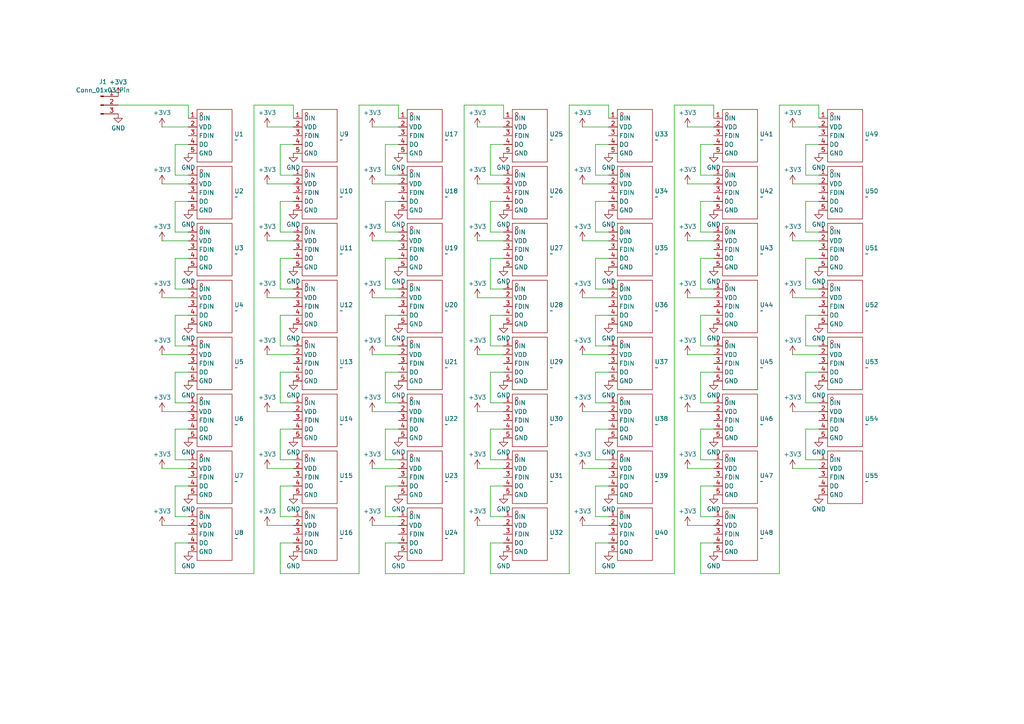
<source format=kicad_sch>
(kicad_sch (version 20250114) (generator "eeschema") (generator_version "9.0")
  (paper "A4")
  (wire (pts (xy 107.95 119.38) (xy 115.57 119.38)))
  (wire (pts (xy 203.2 50.8) (xy 207.01 50.8)))
  (wire (pts (xy 142.24 157.48) (xy 142.24 166.37)))
  (wire (pts (xy 176.53 58.42) (xy 172.72 58.42)))
  (wire (pts (xy 207.01 124.46) (xy 203.2 124.46)))
  (wire (pts (xy 54.61 41.91) (xy 50.8 41.91)))
  (wire (pts (xy 207.01 74.93) (xy 203.2 74.93)))
  (wire (pts (xy 54.61 140.97) (xy 50.8 140.97)))
  (wire (pts (xy 81.28 83.82) (xy 85.09 83.82)))
  (wire (pts (xy 115.57 58.42) (xy 111.76 58.42)))
  (wire (pts (xy 146.05 91.44) (xy 142.24 91.44)))
  (wire (pts (xy 233.68 91.44) (xy 233.68 100.33)))
  (wire (pts (xy 146.05 124.46) (xy 142.24 124.46)))
  (wire (pts (xy 203.2 166.37) (xy 226.06 166.37)))
  (wire (pts (xy 50.8 100.33) (xy 54.61 100.33)))
  (wire (pts (xy 142.24 41.91) (xy 142.24 50.8)))
  (wire (pts (xy 172.72 74.93) (xy 172.72 83.82)))
  (wire (pts (xy 195.58 30.48) (xy 207.01 30.48)))
  (wire (pts (xy 50.8 67.31) (xy 54.61 67.31)))
  (wire (pts (xy 54.61 91.44) (xy 50.8 91.44)))
  (wire (pts (xy 233.68 41.91) (xy 233.68 50.8)))
  (wire (pts (xy 134.62 30.48) (xy 146.05 30.48)))
  (wire (pts (xy 85.09 58.42) (xy 81.28 58.42)))
  (wire (pts (xy 233.68 107.95) (xy 233.68 116.84)))
  (wire (pts (xy 233.68 100.33) (xy 237.49 100.33)))
  (wire (pts (xy 172.72 100.33) (xy 176.53 100.33)))
  (wire (pts (xy 203.2 140.97) (xy 203.2 149.86)))
  (wire (pts (xy 50.8 140.97) (xy 50.8 149.86)))
  (wire (pts (xy 81.28 149.86) (xy 85.09 149.86)))
  (wire (pts (xy 54.61 30.48) (xy 54.61 34.29)))
  (wire (pts (xy 85.09 74.93) (xy 81.28 74.93)))
  (wire (pts (xy 176.53 74.93) (xy 172.72 74.93)))
  (wire (pts (xy 229.87 102.87) (xy 237.49 102.87)))
  (wire (pts (xy 229.87 53.34) (xy 237.49 53.34)))
  (wire (pts (xy 172.72 58.42) (xy 172.72 67.31)))
  (wire (pts (xy 77.47 69.85) (xy 85.09 69.85)))
  (wire (pts (xy 146.05 74.93) (xy 142.24 74.93)))
  (wire (pts (xy 50.8 58.42) (xy 50.8 67.31)))
  (wire (pts (xy 111.76 107.95) (xy 111.76 116.84)))
  (wire (pts (xy 237.49 58.42) (xy 233.68 58.42)))
  (wire (pts (xy 138.43 119.38) (xy 146.05 119.38)))
  (wire (pts (xy 229.87 119.38) (xy 237.49 119.38)))
  (wire (pts (xy 207.01 30.48) (xy 207.01 34.29)))
  (wire (pts (xy 203.2 116.84) (xy 207.01 116.84)))
  (wire (pts (xy 107.95 102.87) (xy 115.57 102.87)))
  (wire (pts (xy 138.43 36.83) (xy 146.05 36.83)))
  (wire (pts (xy 165.1 166.37) (xy 165.1 30.48)))
  (wire (pts (xy 138.43 86.36) (xy 146.05 86.36)))
  (wire (pts (xy 233.68 74.93) (xy 233.68 83.82)))
  (wire (pts (xy 229.87 69.85) (xy 237.49 69.85)))
  (wire (pts (xy 54.61 124.46) (xy 50.8 124.46)))
  (wire (pts (xy 50.8 107.95) (xy 50.8 116.84)))
  (wire (pts (xy 142.24 83.82) (xy 146.05 83.82)))
  (wire (pts (xy 107.95 53.34) (xy 115.57 53.34)))
  (wire (pts (xy 111.76 116.84) (xy 115.57 116.84)))
  (wire (pts (xy 203.2 124.46) (xy 203.2 133.35)))
  (wire (pts (xy 111.76 124.46) (xy 111.76 133.35)))
  (wire (pts (xy 50.8 133.35) (xy 54.61 133.35)))
  (wire (pts (xy 115.57 74.93) (xy 111.76 74.93)))
  (wire (pts (xy 111.76 41.91) (xy 111.76 50.8)))
  (wire (pts (xy 81.28 50.8) (xy 85.09 50.8)))
  (wire (pts (xy 81.28 116.84) (xy 85.09 116.84)))
  (wire (pts (xy 146.05 107.95) (xy 142.24 107.95)))
  (wire (pts (xy 115.57 30.48) (xy 115.57 34.29)))
  (wire (pts (xy 50.8 83.82) (xy 54.61 83.82)))
  (wire (pts (xy 134.62 166.37) (xy 134.62 30.48)))
  (wire (pts (xy 107.95 36.83) (xy 115.57 36.83)))
  (wire (pts (xy 172.72 124.46) (xy 172.72 133.35)))
  (wire (pts (xy 81.28 67.31) (xy 85.09 67.31)))
  (wire (pts (xy 142.24 149.86) (xy 146.05 149.86)))
  (wire (pts (xy 46.99 135.89) (xy 54.61 135.89)))
  (wire (pts (xy 81.28 91.44) (xy 81.28 100.33)))
  (wire (pts (xy 146.05 30.48) (xy 146.05 34.29)))
  (wire (pts (xy 172.72 140.97) (xy 172.72 149.86)))
  (wire (pts (xy 142.24 116.84) (xy 146.05 116.84)))
  (wire (pts (xy 46.99 86.36) (xy 54.61 86.36)))
  (wire (pts (xy 142.24 124.46) (xy 142.24 133.35)))
  (wire (pts (xy 81.28 166.37) (xy 104.14 166.37)))
  (wire (pts (xy 107.95 152.4) (xy 115.57 152.4)))
  (wire (pts (xy 233.68 67.31) (xy 237.49 67.31)))
  (wire (pts (xy 168.91 135.89) (xy 176.53 135.89)))
  (wire (pts (xy 111.76 74.93) (xy 111.76 83.82)))
  (wire (pts (xy 199.39 86.36) (xy 207.01 86.36)))
  (wire (pts (xy 168.91 152.4) (xy 176.53 152.4)))
  (wire (pts (xy 46.99 119.38) (xy 54.61 119.38)))
  (wire (pts (xy 142.24 67.31) (xy 146.05 67.31)))
  (wire (pts (xy 176.53 107.95) (xy 172.72 107.95)))
  (wire (pts (xy 237.49 91.44) (xy 233.68 91.44)))
  (wire (pts (xy 176.53 140.97) (xy 172.72 140.97)))
  (wire (pts (xy 233.68 58.42) (xy 233.68 67.31)))
  (wire (pts (xy 146.05 41.91) (xy 142.24 41.91)))
  (wire (pts (xy 168.91 119.38) (xy 176.53 119.38)))
  (wire (pts (xy 142.24 166.37) (xy 165.1 166.37)))
  (wire (pts (xy 81.28 140.97) (xy 81.28 149.86)))
  (wire (pts (xy 172.72 83.82) (xy 176.53 83.82)))
  (wire (pts (xy 138.43 53.34) (xy 146.05 53.34)))
  (wire (pts (xy 85.09 107.95) (xy 81.28 107.95)))
  (wire (pts (xy 176.53 157.48) (xy 172.72 157.48)))
  (wire (pts (xy 111.76 157.48) (xy 111.76 166.37)))
  (wire (pts (xy 172.72 149.86) (xy 176.53 149.86)))
  (wire (pts (xy 146.05 58.42) (xy 142.24 58.42)))
  (wire (pts (xy 146.05 140.97) (xy 142.24 140.97)))
  (wire (pts (xy 203.2 157.48) (xy 203.2 166.37)))
  (wire (pts (xy 203.2 83.82) (xy 207.01 83.82)))
  (wire (pts (xy 77.47 86.36) (xy 85.09 86.36)))
  (wire (pts (xy 111.76 50.8) (xy 115.57 50.8)))
  (wire (pts (xy 142.24 133.35) (xy 146.05 133.35)))
  (wire (pts (xy 85.09 140.97) (xy 81.28 140.97)))
  (wire (pts (xy 237.49 41.91) (xy 233.68 41.91)))
  (wire (pts (xy 203.2 67.31) (xy 207.01 67.31)))
  (wire (pts (xy 46.99 152.4) (xy 54.61 152.4)))
  (wire (pts (xy 233.68 116.84) (xy 237.49 116.84)))
  (wire (pts (xy 115.57 41.91) (xy 111.76 41.91)))
  (wire (pts (xy 203.2 58.42) (xy 203.2 67.31)))
  (wire (pts (xy 81.28 41.91) (xy 81.28 50.8)))
  (wire (pts (xy 176.53 91.44) (xy 172.72 91.44)))
  (wire (pts (xy 111.76 133.35) (xy 115.57 133.35)))
  (wire (pts (xy 54.61 74.93) (xy 50.8 74.93)))
  (wire (pts (xy 85.09 41.91) (xy 81.28 41.91)))
  (wire (pts (xy 233.68 124.46) (xy 233.68 133.35)))
  (wire (pts (xy 207.01 140.97) (xy 203.2 140.97)))
  (wire (pts (xy 77.47 53.34) (xy 85.09 53.34)))
  (wire (pts (xy 50.8 166.37) (xy 73.66 166.37)))
  (wire (pts (xy 146.05 157.48) (xy 142.24 157.48)))
  (wire (pts (xy 111.76 67.31) (xy 115.57 67.31)))
  (wire (pts (xy 50.8 50.8) (xy 54.61 50.8)))
  (wire (pts (xy 226.06 30.48) (xy 237.49 30.48)))
  (wire (pts (xy 203.2 149.86) (xy 207.01 149.86)))
  (wire (pts (xy 199.39 135.89) (xy 207.01 135.89)))
  (wire (pts (xy 237.49 74.93) (xy 233.68 74.93)))
  (wire (pts (xy 142.24 74.93) (xy 142.24 83.82)))
  (wire (pts (xy 203.2 100.33) (xy 207.01 100.33)))
  (wire (pts (xy 115.57 157.48) (xy 111.76 157.48)))
  (wire (pts (xy 77.47 152.4) (xy 85.09 152.4)))
  (wire (pts (xy 142.24 50.8) (xy 146.05 50.8)))
  (wire (pts (xy 142.24 140.97) (xy 142.24 149.86)))
  (wire (pts (xy 107.95 86.36) (xy 115.57 86.36)))
  (wire (pts (xy 85.09 157.48) (xy 81.28 157.48)))
  (wire (pts (xy 50.8 149.86) (xy 54.61 149.86)))
  (wire (pts (xy 46.99 36.83) (xy 54.61 36.83)))
  (wire (pts (xy 172.72 41.91) (xy 172.72 50.8)))
  (wire (pts (xy 81.28 124.46) (xy 81.28 133.35)))
  (wire (pts (xy 115.57 91.44) (xy 111.76 91.44)))
  (wire (pts (xy 168.91 36.83) (xy 176.53 36.83)))
  (wire (pts (xy 168.91 69.85) (xy 176.53 69.85)))
  (wire (pts (xy 207.01 41.91) (xy 203.2 41.91)))
  (wire (pts (xy 115.57 124.46) (xy 111.76 124.46)))
  (wire (pts (xy 199.39 69.85) (xy 207.01 69.85)))
  (wire (pts (xy 138.43 152.4) (xy 146.05 152.4)))
  (wire (pts (xy 104.14 166.37) (xy 104.14 30.48)))
  (wire (pts (xy 203.2 91.44) (xy 203.2 100.33)))
  (wire (pts (xy 115.57 140.97) (xy 111.76 140.97)))
  (wire (pts (xy 207.01 107.95) (xy 203.2 107.95)))
  (wire (pts (xy 54.61 58.42) (xy 50.8 58.42)))
  (wire (pts (xy 237.49 124.46) (xy 233.68 124.46)))
  (wire (pts (xy 81.28 133.35) (xy 85.09 133.35)))
  (wire (pts (xy 142.24 58.42) (xy 142.24 67.31)))
  (wire (pts (xy 81.28 74.93) (xy 81.28 83.82)))
  (wire (pts (xy 111.76 140.97) (xy 111.76 149.86)))
  (wire (pts (xy 46.99 102.87) (xy 54.61 102.87)))
  (wire (pts (xy 142.24 100.33) (xy 146.05 100.33)))
  (wire (pts (xy 50.8 157.48) (xy 50.8 166.37)))
  (wire (pts (xy 50.8 74.93) (xy 50.8 83.82)))
  (wire (pts (xy 172.72 116.84) (xy 176.53 116.84)))
  (wire (pts (xy 138.43 135.89) (xy 146.05 135.89)))
  (wire (pts (xy 107.95 69.85) (xy 115.57 69.85)))
  (wire (pts (xy 176.53 41.91) (xy 172.72 41.91)))
  (wire (pts (xy 176.53 30.48) (xy 176.53 34.29)))
  (wire (pts (xy 138.43 69.85) (xy 146.05 69.85)))
  (wire (pts (xy 111.76 166.37) (xy 134.62 166.37)))
  (wire (pts (xy 203.2 41.91) (xy 203.2 50.8)))
  (wire (pts (xy 34.29 30.48) (xy 54.61 30.48)))
  (wire (pts (xy 142.24 107.95) (xy 142.24 116.84)))
  (wire (pts (xy 104.14 30.48) (xy 115.57 30.48)))
  (wire (pts (xy 81.28 100.33) (xy 85.09 100.33)))
  (wire (pts (xy 233.68 83.82) (xy 237.49 83.82)))
  (wire (pts (xy 172.72 107.95) (xy 172.72 116.84)))
  (wire (pts (xy 54.61 107.95) (xy 50.8 107.95)))
  (wire (pts (xy 199.39 36.83) (xy 207.01 36.83)))
  (wire (pts (xy 50.8 116.84) (xy 54.61 116.84)))
  (wire (pts (xy 207.01 157.48) (xy 203.2 157.48)))
  (wire (pts (xy 81.28 58.42) (xy 81.28 67.31)))
  (wire (pts (xy 111.76 83.82) (xy 115.57 83.82)))
  (wire (pts (xy 172.72 166.37) (xy 195.58 166.37)))
  (wire (pts (xy 81.28 107.95) (xy 81.28 116.84)))
  (wire (pts (xy 142.24 91.44) (xy 142.24 100.33)))
  (wire (pts (xy 199.39 102.87) (xy 207.01 102.87)))
  (wire (pts (xy 199.39 53.34) (xy 207.01 53.34)))
  (wire (pts (xy 168.91 86.36) (xy 176.53 86.36)))
  (wire (pts (xy 73.66 166.37) (xy 73.66 30.48)))
  (wire (pts (xy 233.68 50.8) (xy 237.49 50.8)))
  (wire (pts (xy 207.01 58.42) (xy 203.2 58.42)))
  (wire (pts (xy 111.76 58.42) (xy 111.76 67.31)))
  (wire (pts (xy 85.09 91.44) (xy 81.28 91.44)))
  (wire (pts (xy 172.72 67.31) (xy 176.53 67.31)))
  (wire (pts (xy 229.87 135.89) (xy 237.49 135.89)))
  (wire (pts (xy 111.76 100.33) (xy 115.57 100.33)))
  (wire (pts (xy 85.09 124.46) (xy 81.28 124.46)))
  (wire (pts (xy 237.49 107.95) (xy 233.68 107.95)))
  (wire (pts (xy 199.39 152.4) (xy 207.01 152.4)))
  (wire (pts (xy 107.95 135.89) (xy 115.57 135.89)))
  (wire (pts (xy 165.1 30.48) (xy 176.53 30.48)))
  (wire (pts (xy 172.72 157.48) (xy 172.72 166.37)))
  (wire (pts (xy 172.72 133.35) (xy 176.53 133.35)))
  (wire (pts (xy 77.47 36.83) (xy 85.09 36.83)))
  (wire (pts (xy 203.2 74.93) (xy 203.2 83.82)))
  (wire (pts (xy 229.87 86.36) (xy 237.49 86.36)))
  (wire (pts (xy 77.47 119.38) (xy 85.09 119.38)))
  (wire (pts (xy 199.39 119.38) (xy 207.01 119.38)))
  (wire (pts (xy 54.61 157.48) (xy 50.8 157.48)))
  (wire (pts (xy 46.99 69.85) (xy 54.61 69.85)))
  (wire (pts (xy 172.72 91.44) (xy 172.72 100.33)))
  (wire (pts (xy 138.43 102.87) (xy 146.05 102.87)))
  (wire (pts (xy 50.8 124.46) (xy 50.8 133.35)))
  (wire (pts (xy 111.76 91.44) (xy 111.76 100.33)))
  (wire (pts (xy 50.8 41.91) (xy 50.8 50.8)))
  (wire (pts (xy 73.66 30.48) (xy 85.09 30.48)))
  (wire (pts (xy 81.28 157.48) (xy 81.28 166.37)))
  (wire (pts (xy 176.53 124.46) (xy 172.72 124.46)))
  (wire (pts (xy 168.91 102.87) (xy 176.53 102.87)))
  (wire (pts (xy 168.91 53.34) (xy 176.53 53.34)))
  (wire (pts (xy 226.06 166.37) (xy 226.06 30.48)))
  (wire (pts (xy 203.2 107.95) (xy 203.2 116.84)))
  (wire (pts (xy 172.72 50.8) (xy 176.53 50.8)))
  (wire (pts (xy 46.99 53.34) (xy 54.61 53.34)))
  (wire (pts (xy 50.8 91.44) (xy 50.8 100.33)))
  (wire (pts (xy 77.47 102.87) (xy 85.09 102.87)))
  (wire (pts (xy 85.09 30.48) (xy 85.09 34.29)))
  (wire (pts (xy 111.76 149.86) (xy 115.57 149.86)))
  (wire (pts (xy 115.57 107.95) (xy 111.76 107.95)))
  (wire (pts (xy 233.68 133.35) (xy 237.49 133.35)))
  (wire (pts (xy 229.87 36.83) (xy 237.49 36.83)))
  (wire (pts (xy 207.01 91.44) (xy 203.2 91.44)))
  (wire (pts (xy 237.49 30.48) (xy 237.49 34.29)))
  (wire (pts (xy 77.47 135.89) (xy 85.09 135.89)))
  (wire (pts (xy 195.58 166.37) (xy 195.58 30.48)))
  (wire (pts (xy 203.2 133.35) (xy 207.01 133.35)))
  (symbol (lib_id "power:GND") (at 54.61 44.45 0) (unit 1)
    (property "Reference" "#PWR01" (effects (hide yes)))
    (property "Value" "GND" (at 54.61 48.5831 0))
    (property "Description" "Power symbol creates a global label with name \"GND\" , ground" (effects (hide yes)))
  )
  (symbol (lib_id "LED:TX1813Y5") (at 245.11 88.9 0) (unit 1)
    (property "Reference" "U52" (at 250.825 88.4308 0) (effects (justify left)))
    (property "Value" "~" (at 250.825 90.1122 0) (effects (justify left)))
    (property "Footprint" "LED_SMD:LED-SMD_5P-L3.2-W1.4_TX1813Y5" (effects (hide yes)))
    (property "Datasheet" "https://atta.szlcsc.com/upload/public/pdf/source/20230731/B199AA1137F26A0A13CD7CFD3D9A3FBA.pdf" (effects (hide yes)))
    (property "Manufacturer Part" "TX1813Y5" (effects (hide yes)))
    (property "Manufacturer" "TCWIN(天成)" (effects (hide yes)))
    (property "Supplier Part" "C3975084" (effects (hide yes)))
    (property "Supplier" "LCSC" (effects (hide yes)))
    (property "LCSC Part Name" "TX1813Y5" (effects (hide yes)))
  )
  (symbol (lib_id "power:+3V3") (at 107.95 69.85 0) (unit 1)
    (property "Reference" "#PWR035" (effects (hide yes)))
    (property "Value" "+3V3" (at 107.95 65.7169 0))
    (property "Description" "Power symbol creates a global label with name \"+3V3\"" (effects (hide yes)))
  )
  (symbol (lib_id "power:+3V3") (at 168.91 135.89 0) (unit 1)
    (property "Reference" "#PWR071" (effects (hide yes)))
    (property "Value" "+3V3" (at 168.91 131.7569 0))
    (property "Description" "Power symbol creates a global label with name \"+3V3\"" (effects (hide yes)))
  )
  (symbol (lib_id "LED:TX1813Y5") (at 92.71 138.43 0) (unit 1)
    (property "Reference" "U15" (at 98.425 137.9608 0) (effects (justify left)))
    (property "Value" "~" (at 98.425 139.6422 0) (effects (justify left)))
    (property "Footprint" "LED_SMD:LED-SMD_5P-L3.2-W1.4_TX1813Y5" (effects (hide yes)))
    (property "Datasheet" "https://atta.szlcsc.com/upload/public/pdf/source/20230731/B199AA1137F26A0A13CD7CFD3D9A3FBA.pdf" (effects (hide yes)))
    (property "Manufacturer Part" "TX1813Y5" (effects (hide yes)))
    (property "Manufacturer" "TCWIN(天成)" (effects (hide yes)))
    (property "Supplier Part" "C3975084" (effects (hide yes)))
    (property "Supplier" "LCSC" (effects (hide yes)))
    (property "LCSC Part Name" "TX1813Y5" (effects (hide yes)))
  )
  (symbol (lib_id "power:GND") (at 207.01 93.98 0) (unit 1)
    (property "Reference" "#PWR092" (effects (hide yes)))
    (property "Value" "GND" (at 207.01 98.1131 0))
    (property "Description" "Power symbol creates a global label with name \"GND\" , ground" (effects (hide yes)))
  )
  (symbol (lib_id "power:GND") (at 85.09 93.98 0) (unit 1)
    (property "Reference" "#PWR028" (effects (hide yes)))
    (property "Value" "GND" (at 85.09 98.1131 0))
    (property "Description" "Power symbol creates a global label with name \"GND\" , ground" (effects (hide yes)))
  )
  (symbol (lib_id "power:GND") (at 146.05 160.02 0) (unit 1)
    (property "Reference" "#PWR064" (effects (hide yes)))
    (property "Value" "GND" (at 146.05 164.1531 0))
    (property "Description" "Power symbol creates a global label with name \"GND\" , ground" (effects (hide yes)))
  )
  (symbol (lib_id "LED:TX1813Y5") (at 214.63 121.92 0) (unit 1)
    (property "Reference" "U46" (at 220.345 121.4508 0) (effects (justify left)))
    (property "Value" "~" (at 220.345 123.1322 0) (effects (justify left)))
    (property "Footprint" "LED_SMD:LED-SMD_5P-L3.2-W1.4_TX1813Y5" (effects (hide yes)))
    (property "Datasheet" "https://atta.szlcsc.com/upload/public/pdf/source/20230731/B199AA1137F26A0A13CD7CFD3D9A3FBA.pdf" (effects (hide yes)))
    (property "Manufacturer Part" "TX1813Y5" (effects (hide yes)))
    (property "Manufacturer" "TCWIN(天成)" (effects (hide yes)))
    (property "Supplier Part" "C3975084" (effects (hide yes)))
    (property "Supplier" "LCSC" (effects (hide yes)))
    (property "LCSC Part Name" "TX1813Y5" (effects (hide yes)))
  )
  (symbol (lib_id "LED:TX1813Y5") (at 62.23 72.39 0) (unit 1)
    (property "Reference" "U3" (at 67.945 71.9208 0) (effects (justify left)))
    (property "Value" "~" (at 67.945 73.6022 0) (effects (justify left)))
    (property "Footprint" "LED_SMD:LED-SMD_5P-L3.2-W1.4_TX1813Y5" (effects (hide yes)))
    (property "Datasheet" "https://atta.szlcsc.com/upload/public/pdf/source/20230731/B199AA1137F26A0A13CD7CFD3D9A3FBA.pdf" (effects (hide yes)))
    (property "Manufacturer Part" "TX1813Y5" (effects (hide yes)))
    (property "Manufacturer" "TCWIN(天成)" (effects (hide yes)))
    (property "Supplier Part" "C3975084" (effects (hide yes)))
    (property "Supplier" "LCSC" (effects (hide yes)))
    (property "LCSC Part Name" "TX1813Y5" (effects (hide yes)))
  )
  (symbol (lib_id "power:+3V3") (at 199.39 53.34 0) (unit 1)
    (property "Reference" "#PWR082" (effects (hide yes)))
    (property "Value" "+3V3" (at 199.39 49.2069 0))
    (property "Description" "Power symbol creates a global label with name \"+3V3\"" (effects (hide yes)))
  )
  (symbol (lib_id "power:+3V3") (at 199.39 152.4 0) (unit 1)
    (property "Reference" "#PWR088" (effects (hide yes)))
    (property "Value" "+3V3" (at 199.39 148.2669 0))
    (property "Description" "Power symbol creates a global label with name \"+3V3\"" (effects (hide yes)))
  )
  (symbol (lib_id "power:+3V3") (at 199.39 135.89 0) (unit 1)
    (property "Reference" "#PWR087" (effects (hide yes)))
    (property "Value" "+3V3" (at 199.39 131.7569 0))
    (property "Description" "Power symbol creates a global label with name \"+3V3\"" (effects (hide yes)))
  )
  (symbol (lib_id "LED:TX1813Y5") (at 62.23 88.9 0) (unit 1)
    (property "Reference" "U4" (at 67.945 88.4308 0) (effects (justify left)))
    (property "Value" "~" (at 67.945 90.1122 0) (effects (justify left)))
    (property "Footprint" "LED_SMD:LED-SMD_5P-L3.2-W1.4_TX1813Y5" (effects (hide yes)))
    (property "Datasheet" "https://atta.szlcsc.com/upload/public/pdf/source/20230731/B199AA1137F26A0A13CD7CFD3D9A3FBA.pdf" (effects (hide yes)))
    (property "Manufacturer Part" "TX1813Y5" (effects (hide yes)))
    (property "Manufacturer" "TCWIN(天成)" (effects (hide yes)))
    (property "Supplier Part" "C3975084" (effects (hide yes)))
    (property "Supplier" "LCSC" (effects (hide yes)))
    (property "LCSC Part Name" "TX1813Y5" (effects (hide yes)))
  )
  (symbol (lib_id "LED:TX1813Y5") (at 62.23 105.41 0) (unit 1)
    (property "Reference" "U5" (at 67.945 104.9408 0) (effects (justify left)))
    (property "Value" "~" (at 67.945 106.6222 0) (effects (justify left)))
    (property "Footprint" "LED_SMD:LED-SMD_5P-L3.2-W1.4_TX1813Y5" (effects (hide yes)))
    (property "Datasheet" "https://atta.szlcsc.com/upload/public/pdf/source/20230731/B199AA1137F26A0A13CD7CFD3D9A3FBA.pdf" (effects (hide yes)))
    (property "Manufacturer Part" "TX1813Y5" (effects (hide yes)))
    (property "Manufacturer" "TCWIN(天成)" (effects (hide yes)))
    (property "Supplier Part" "C3975084" (effects (hide yes)))
    (property "Supplier" "LCSC" (effects (hide yes)))
    (property "LCSC Part Name" "TX1813Y5" (effects (hide yes)))
  )
  (symbol (lib_id "power:+3V3") (at 199.39 102.87 0) (unit 1)
    (property "Reference" "#PWR085" (effects (hide yes)))
    (property "Value" "+3V3" (at 199.39 98.7369 0))
    (property "Description" "Power symbol creates a global label with name \"+3V3\"" (effects (hide yes)))
  )
  (symbol (lib_id "power:GND") (at 115.57 60.96 0) (unit 1)
    (property "Reference" "#PWR042" (effects (hide yes)))
    (property "Value" "GND" (at 115.57 65.0931 0))
    (property "Description" "Power symbol creates a global label with name \"GND\" , ground" (effects (hide yes)))
  )
  (symbol (lib_id "power:+3V3") (at 229.87 69.85 0) (unit 1)
    (property "Reference" "#PWR099" (effects (hide yes)))
    (property "Value" "+3V3" (at 229.87 65.7169 0))
    (property "Description" "Power symbol creates a global label with name \"+3V3\"" (effects (hide yes)))
  )
  (symbol (lib_id "power:+3V3") (at 168.91 119.38 0) (unit 1)
    (property "Reference" "#PWR070" (effects (hide yes)))
    (property "Value" "+3V3" (at 168.91 115.2469 0))
    (property "Description" "Power symbol creates a global label with name \"+3V3\"" (effects (hide yes)))
  )
  (symbol (lib_id "power:GND") (at 146.05 60.96 0) (unit 1)
    (property "Reference" "#PWR058" (effects (hide yes)))
    (property "Value" "GND" (at 146.05 65.0931 0))
    (property "Description" "Power symbol creates a global label with name \"GND\" , ground" (effects (hide yes)))
  )
  (symbol (lib_id "power:GND") (at 54.61 60.96 0) (unit 1)
    (property "Reference" "#PWR02" (effects (hide yes)))
    (property "Value" "GND" (at 54.61 65.0931 0))
    (property "Description" "Power symbol creates a global label with name \"GND\" , ground" (effects (hide yes)))
  )
  (symbol (lib_id "power:+3V3") (at 107.95 102.87 0) (unit 1)
    (property "Reference" "#PWR037" (effects (hide yes)))
    (property "Value" "+3V3" (at 107.95 98.7369 0))
    (property "Description" "Power symbol creates a global label with name \"+3V3\"" (effects (hide yes)))
  )
  (symbol (lib_id "LED:TX1813Y5") (at 214.63 138.43 0) (unit 1)
    (property "Reference" "U47" (at 220.345 137.9608 0) (effects (justify left)))
    (property "Value" "~" (at 220.345 139.6422 0) (effects (justify left)))
    (property "Footprint" "LED_SMD:LED-SMD_5P-L3.2-W1.4_TX1813Y5" (effects (hide yes)))
    (property "Datasheet" "https://atta.szlcsc.com/upload/public/pdf/source/20230731/B199AA1137F26A0A13CD7CFD3D9A3FBA.pdf" (effects (hide yes)))
    (property "Manufacturer Part" "TX1813Y5" (effects (hide yes)))
    (property "Manufacturer" "TCWIN(天成)" (effects (hide yes)))
    (property "Supplier Part" "C3975084" (effects (hide yes)))
    (property "Supplier" "LCSC" (effects (hide yes)))
    (property "LCSC Part Name" "TX1813Y5" (effects (hide yes)))
  )
  (symbol (lib_id "power:GND") (at 146.05 110.49 0) (unit 1)
    (property "Reference" "#PWR061" (effects (hide yes)))
    (property "Value" "GND" (at 146.05 114.6231 0))
    (property "Description" "Power symbol creates a global label with name \"GND\" , ground" (effects (hide yes)))
  )
  (symbol (lib_id "LED:TX1813Y5") (at 92.71 105.41 0) (unit 1)
    (property "Reference" "U13" (at 98.425 104.9408 0) (effects (justify left)))
    (property "Value" "~" (at 98.425 106.6222 0) (effects (justify left)))
    (property "Footprint" "LED_SMD:LED-SMD_5P-L3.2-W1.4_TX1813Y5" (effects (hide yes)))
    (property "Datasheet" "https://atta.szlcsc.com/upload/public/pdf/source/20230731/B199AA1137F26A0A13CD7CFD3D9A3FBA.pdf" (effects (hide yes)))
    (property "Manufacturer Part" "TX1813Y5" (effects (hide yes)))
    (property "Manufacturer" "TCWIN(天成)" (effects (hide yes)))
    (property "Supplier Part" "C3975084" (effects (hide yes)))
    (property "Supplier" "LCSC" (effects (hide yes)))
    (property "LCSC Part Name" "TX1813Y5" (effects (hide yes)))
  )
  (symbol (lib_id "power:+3V3") (at 107.95 36.83 0) (unit 1)
    (property "Reference" "#PWR033" (effects (hide yes)))
    (property "Value" "+3V3" (at 107.95 32.6969 0))
    (property "Description" "Power symbol creates a global label with name \"+3V3\"" (effects (hide yes)))
  )
  (symbol (lib_id "power:GND") (at 54.61 127 0) (unit 1)
    (property "Reference" "#PWR014" (effects (hide yes)))
    (property "Value" "GND" (at 54.61 131.1331 0))
    (property "Description" "Power symbol creates a global label with name \"GND\" , ground" (effects (hide yes)))
  )
  (symbol (lib_id "power:+3V3") (at 46.99 53.34 0) (unit 1)
    (property "Reference" "#PWR04" (effects (hide yes)))
    (property "Value" "+3V3" (at 46.99 49.2069 0))
    (property "Description" "Power symbol creates a global label with name \"+3V3\"" (effects (hide yes)))
  )
  (symbol (lib_id "LED:TX1813Y5") (at 123.19 121.92 0) (unit 1)
    (property "Reference" "U22" (at 128.905 121.4508 0) (effects (justify left)))
    (property "Value" "~" (at 128.905 123.1322 0) (effects (justify left)))
    (property "Footprint" "LED_SMD:LED-SMD_5P-L3.2-W1.4_TX1813Y5" (effects (hide yes)))
    (property "Datasheet" "https://atta.szlcsc.com/upload/public/pdf/source/20230731/B199AA1137F26A0A13CD7CFD3D9A3FBA.pdf" (effects (hide yes)))
    (property "Manufacturer Part" "TX1813Y5" (effects (hide yes)))
    (property "Manufacturer" "TCWIN(天成)" (effects (hide yes)))
    (property "Supplier Part" "C3975084" (effects (hide yes)))
    (property "Supplier" "LCSC" (effects (hide yes)))
    (property "LCSC Part Name" "TX1813Y5" (effects (hide yes)))
  )
  (symbol (lib_id "power:+3V3") (at 77.47 36.83 0) (unit 1)
    (property "Reference" "#PWR017" (effects (hide yes)))
    (property "Value" "+3V3" (at 77.47 32.6969 0))
    (property "Description" "Power symbol creates a global label with name \"+3V3\"" (effects (hide yes)))
  )
  (symbol (lib_id "LED:TX1813Y5") (at 92.71 154.94 0) (unit 1)
    (property "Reference" "U16" (at 98.425 154.4708 0) (effects (justify left)))
    (property "Value" "~" (at 98.425 156.1522 0) (effects (justify left)))
    (property "Footprint" "LED_SMD:LED-SMD_5P-L3.2-W1.4_TX1813Y5" (effects (hide yes)))
    (property "Datasheet" "https://atta.szlcsc.com/upload/public/pdf/source/20230731/B199AA1137F26A0A13CD7CFD3D9A3FBA.pdf" (effects (hide yes)))
    (property "Manufacturer Part" "TX1813Y5" (effects (hide yes)))
    (property "Manufacturer" "TCWIN(天成)" (effects (hide yes)))
    (property "Supplier Part" "C3975084" (effects (hide yes)))
    (property "Supplier" "LCSC" (effects (hide yes)))
    (property "LCSC Part Name" "TX1813Y5" (effects (hide yes)))
  )
  (symbol (lib_id "power:GND") (at 207.01 160.02 0) (unit 1)
    (property "Reference" "#PWR096" (effects (hide yes)))
    (property "Value" "GND" (at 207.01 164.1531 0))
    (property "Description" "Power symbol creates a global label with name \"GND\" , ground" (effects (hide yes)))
  )
  (symbol (lib_id "power:GND") (at 237.49 143.51 0) (unit 1)
    (property "Reference" "#PWR0111" (effects (hide yes)))
    (property "Value" "GND" (at 237.49 147.6431 0))
    (property "Description" "Power symbol creates a global label with name \"GND\" , ground" (effects (hide yes)))
  )
  (symbol (lib_id "power:+3V3") (at 77.47 86.36 0) (unit 1)
    (property "Reference" "#PWR020" (effects (hide yes)))
    (property "Value" "+3V3" (at 77.47 82.2269 0))
    (property "Description" "Power symbol creates a global label with name \"+3V3\"" (effects (hide yes)))
  )
  (symbol (lib_id "power:GND") (at 115.57 77.47 0) (unit 1)
    (property "Reference" "#PWR043" (effects (hide yes)))
    (property "Value" "GND" (at 115.57 81.6031 0))
    (property "Description" "Power symbol creates a global label with name \"GND\" , ground" (effects (hide yes)))
  )
  (symbol (lib_id "LED:TX1813Y5") (at 184.15 39.37 0) (unit 1)
    (property "Reference" "U33" (at 189.865 38.9008 0) (effects (justify left)))
    (property "Value" "~" (at 189.865 40.5822 0) (effects (justify left)))
    (property "Footprint" "LED_SMD:LED-SMD_5P-L3.2-W1.4_TX1813Y5" (effects (hide yes)))
    (property "Datasheet" "https://atta.szlcsc.com/upload/public/pdf/source/20230731/B199AA1137F26A0A13CD7CFD3D9A3FBA.pdf" (effects (hide yes)))
    (property "Manufacturer Part" "TX1813Y5" (effects (hide yes)))
    (property "Manufacturer" "TCWIN(天成)" (effects (hide yes)))
    (property "Supplier Part" "C3975084" (effects (hide yes)))
    (property "Supplier" "LCSC" (effects (hide yes)))
    (property "LCSC Part Name" "TX1813Y5" (effects (hide yes)))
  )
  (symbol (lib_id "LED:TX1813Y5") (at 245.11 39.37 0) (unit 1)
    (property "Reference" "U49" (at 250.825 38.9008 0) (effects (justify left)))
    (property "Value" "~" (at 250.825 40.5822 0) (effects (justify left)))
    (property "Footprint" "LED_SMD:LED-SMD_5P-L3.2-W1.4_TX1813Y5" (effects (hide yes)))
    (property "Datasheet" "https://atta.szlcsc.com/upload/public/pdf/source/20230731/B199AA1137F26A0A13CD7CFD3D9A3FBA.pdf" (effects (hide yes)))
    (property "Manufacturer Part" "TX1813Y5" (effects (hide yes)))
    (property "Manufacturer" "TCWIN(天成)" (effects (hide yes)))
    (property "Supplier Part" "C3975084" (effects (hide yes)))
    (property "Supplier" "LCSC" (effects (hide yes)))
    (property "LCSC Part Name" "TX1813Y5" (effects (hide yes)))
  )
  (symbol (lib_id "power:+3V3") (at 77.47 69.85 0) (unit 1)
    (property "Reference" "#PWR019" (effects (hide yes)))
    (property "Value" "+3V3" (at 77.47 65.7169 0))
    (property "Description" "Power symbol creates a global label with name \"+3V3\"" (effects (hide yes)))
  )
  (symbol (lib_id "LED:TX1813Y5") (at 92.71 121.92 0) (unit 1)
    (property "Reference" "U14" (at 98.425 121.4508 0) (effects (justify left)))
    (property "Value" "~" (at 98.425 123.1322 0) (effects (justify left)))
    (property "Footprint" "LED_SMD:LED-SMD_5P-L3.2-W1.4_TX1813Y5" (effects (hide yes)))
    (property "Datasheet" "https://atta.szlcsc.com/upload/public/pdf/source/20230731/B199AA1137F26A0A13CD7CFD3D9A3FBA.pdf" (effects (hide yes)))
    (property "Manufacturer Part" "TX1813Y5" (effects (hide yes)))
    (property "Manufacturer" "TCWIN(天成)" (effects (hide yes)))
    (property "Supplier Part" "C3975084" (effects (hide yes)))
    (property "Supplier" "LCSC" (effects (hide yes)))
    (property "LCSC Part Name" "TX1813Y5" (effects (hide yes)))
  )
  (symbol (lib_id "power:GND") (at 176.53 127 0) (unit 1)
    (property "Reference" "#PWR078" (effects (hide yes)))
    (property "Value" "GND" (at 176.53 131.1331 0))
    (property "Description" "Power symbol creates a global label with name \"GND\" , ground" (effects (hide yes)))
  )
  (symbol (lib_id "power:+3V3") (at 138.43 69.85 0) (unit 1)
    (property "Reference" "#PWR051" (effects (hide yes)))
    (property "Value" "+3V3" (at 138.43 65.7169 0))
    (property "Description" "Power symbol creates a global label with name \"+3V3\"" (effects (hide yes)))
  )
  (symbol (lib_id "power:GND") (at 176.53 110.49 0) (unit 1)
    (property "Reference" "#PWR077" (effects (hide yes)))
    (property "Value" "GND" (at 176.53 114.6231 0))
    (property "Description" "Power symbol creates a global label with name \"GND\" , ground" (effects (hide yes)))
  )
  (symbol (lib_id "power:+3V3") (at 46.99 152.4 0) (unit 1)
    (property "Reference" "#PWR012" (effects (hide yes)))
    (property "Value" "+3V3" (at 46.99 148.2669 0))
    (property "Description" "Power symbol creates a global label with name \"+3V3\"" (effects (hide yes)))
  )
  (symbol (lib_id "power:GND") (at 115.57 160.02 0) (unit 1)
    (property "Reference" "#PWR048" (effects (hide yes)))
    (property "Value" "GND" (at 115.57 164.1531 0))
    (property "Description" "Power symbol creates a global label with name \"GND\" , ground" (effects (hide yes)))
  )
  (symbol (lib_id "power:GND") (at 54.61 143.51 0) (unit 1)
    (property "Reference" "#PWR015" (effects (hide yes)))
    (property "Value" "GND" (at 54.61 147.6431 0))
    (property "Description" "Power symbol creates a global label with name \"GND\" , ground" (effects (hide yes)))
  )
  (symbol (lib_id "power:GND") (at 34.29 33.02 0) (unit 1)
    (property "Reference" "#PWR0114" (effects (hide yes)))
    (property "Value" "GND" (at 34.29 37.1531 0))
    (property "Description" "Power symbol creates a global label with name \"GND\" , ground" (effects (hide yes)))
  )
  (symbol (lib_id "LED:TX1813Y5") (at 62.23 39.37 0) (unit 1)
    (property "Reference" "U1" (at 67.945 38.9008 0) (effects (justify left)))
    (property "Value" "~" (at 67.945 40.5822 0) (effects (justify left)))
    (property "Footprint" "LED_SMD:LED-SMD_5P-L3.2-W1.4_TX1813Y5" (effects (hide yes)))
    (property "Datasheet" "https://atta.szlcsc.com/upload/public/pdf/source/20230731/B199AA1137F26A0A13CD7CFD3D9A3FBA.pdf" (effects (hide yes)))
    (property "Manufacturer Part" "TX1813Y5" (effects (hide yes)))
    (property "Manufacturer" "TCWIN(天成)" (effects (hide yes)))
    (property "Supplier Part" "C3975084" (effects (hide yes)))
    (property "Supplier" "LCSC" (effects (hide yes)))
    (property "LCSC Part Name" "TX1813Y5" (effects (hide yes)))
  )
  (symbol (lib_id "power:+3V3") (at 229.87 86.36 0) (unit 1)
    (property "Reference" "#PWR0100" (effects (hide yes)))
    (property "Value" "+3V3" (at 229.87 82.2269 0))
    (property "Description" "Power symbol creates a global label with name \"+3V3\"" (effects (hide yes)))
  )
  (symbol (lib_id "LED:TX1813Y5") (at 92.71 72.39 0) (unit 1)
    (property "Reference" "U11" (at 98.425 71.9208 0) (effects (justify left)))
    (property "Value" "~" (at 98.425 73.6022 0) (effects (justify left)))
    (property "Footprint" "LED_SMD:LED-SMD_5P-L3.2-W1.4_TX1813Y5" (effects (hide yes)))
    (property "Datasheet" "https://atta.szlcsc.com/upload/public/pdf/source/20230731/B199AA1137F26A0A13CD7CFD3D9A3FBA.pdf" (effects (hide yes)))
    (property "Manufacturer Part" "TX1813Y5" (effects (hide yes)))
    (property "Manufacturer" "TCWIN(天成)" (effects (hide yes)))
    (property "Supplier Part" "C3975084" (effects (hide yes)))
    (property "Supplier" "LCSC" (effects (hide yes)))
    (property "LCSC Part Name" "TX1813Y5" (effects (hide yes)))
  )
  (symbol (lib_id "LED:TX1813Y5") (at 214.63 39.37 0) (unit 1)
    (property "Reference" "U41" (at 220.345 38.9008 0) (effects (justify left)))
    (property "Value" "~" (at 220.345 40.5822 0) (effects (justify left)))
    (property "Footprint" "LED_SMD:LED-SMD_5P-L3.2-W1.4_TX1813Y5" (effects (hide yes)))
    (property "Datasheet" "https://atta.szlcsc.com/upload/public/pdf/source/20230731/B199AA1137F26A0A13CD7CFD3D9A3FBA.pdf" (effects (hide yes)))
    (property "Manufacturer Part" "TX1813Y5" (effects (hide yes)))
    (property "Manufacturer" "TCWIN(天成)" (effects (hide yes)))
    (property "Supplier Part" "C3975084" (effects (hide yes)))
    (property "Supplier" "LCSC" (effects (hide yes)))
    (property "LCSC Part Name" "TX1813Y5" (effects (hide yes)))
  )
  (symbol (lib_id "LED:TX1813Y5") (at 214.63 154.94 0) (unit 1)
    (property "Reference" "U48" (at 220.345 154.4708 0) (effects (justify left)))
    (property "Value" "~" (at 220.345 156.1522 0) (effects (justify left)))
    (property "Footprint" "LED_SMD:LED-SMD_5P-L3.2-W1.4_TX1813Y5" (effects (hide yes)))
    (property "Datasheet" "https://atta.szlcsc.com/upload/public/pdf/source/20230731/B199AA1137F26A0A13CD7CFD3D9A3FBA.pdf" (effects (hide yes)))
    (property "Manufacturer Part" "TX1813Y5" (effects (hide yes)))
    (property "Manufacturer" "TCWIN(天成)" (effects (hide yes)))
    (property "Supplier Part" "C3975084" (effects (hide yes)))
    (property "Supplier" "LCSC" (effects (hide yes)))
    (property "LCSC Part Name" "TX1813Y5" (effects (hide yes)))
  )
  (symbol (lib_id "power:+3V3") (at 107.95 135.89 0) (unit 1)
    (property "Reference" "#PWR039" (effects (hide yes)))
    (property "Value" "+3V3" (at 107.95 131.7569 0))
    (property "Description" "Power symbol creates a global label with name \"+3V3\"" (effects (hide yes)))
  )
  (symbol (lib_id "power:+3V3") (at 168.91 69.85 0) (unit 1)
    (property "Reference" "#PWR067" (effects (hide yes)))
    (property "Value" "+3V3" (at 168.91 65.7169 0))
    (property "Description" "Power symbol creates a global label with name \"+3V3\"" (effects (hide yes)))
  )
  (symbol (lib_id "power:GND") (at 176.53 77.47 0) (unit 1)
    (property "Reference" "#PWR075" (effects (hide yes)))
    (property "Value" "GND" (at 176.53 81.6031 0))
    (property "Description" "Power symbol creates a global label with name \"GND\" , ground" (effects (hide yes)))
  )
  (symbol (lib_id "LED:TX1813Y5") (at 245.11 138.43 0) (unit 1)
    (property "Reference" "U55" (at 250.825 137.9608 0) (effects (justify left)))
    (property "Value" "~" (at 250.825 139.6422 0) (effects (justify left)))
    (property "Footprint" "LED_SMD:LED-SMD_5P-L3.2-W1.4_TX1813Y5" (effects (hide yes)))
    (property "Datasheet" "https://atta.szlcsc.com/upload/public/pdf/source/20230731/B199AA1137F26A0A13CD7CFD3D9A3FBA.pdf" (effects (hide yes)))
    (property "Manufacturer Part" "TX1813Y5" (effects (hide yes)))
    (property "Manufacturer" "TCWIN(天成)" (effects (hide yes)))
    (property "Supplier Part" "C3975084" (effects (hide yes)))
    (property "Supplier" "LCSC" (effects (hide yes)))
    (property "LCSC Part Name" "TX1813Y5" (effects (hide yes)))
  )
  (symbol (lib_id "power:GND") (at 85.09 143.51 0) (unit 1)
    (property "Reference" "#PWR031" (effects (hide yes)))
    (property "Value" "GND" (at 85.09 147.6431 0))
    (property "Description" "Power symbol creates a global label with name \"GND\" , ground" (effects (hide yes)))
  )
  (symbol (lib_id "power:+3V3") (at 107.95 86.36 0) (unit 1)
    (property "Reference" "#PWR036" (effects (hide yes)))
    (property "Value" "+3V3" (at 107.95 82.2269 0))
    (property "Description" "Power symbol creates a global label with name \"+3V3\"" (effects (hide yes)))
  )
  (symbol (lib_id "power:GND") (at 115.57 93.98 0) (unit 1)
    (property "Reference" "#PWR044" (effects (hide yes)))
    (property "Value" "GND" (at 115.57 98.1131 0))
    (property "Description" "Power symbol creates a global label with name \"GND\" , ground" (effects (hide yes)))
  )
  (symbol (lib_id "power:+3V3") (at 229.87 135.89 0) (unit 1)
    (property "Reference" "#PWR0103" (effects (hide yes)))
    (property "Value" "+3V3" (at 229.87 131.7569 0))
    (property "Description" "Power symbol creates a global label with name \"+3V3\"" (effects (hide yes)))
  )
  (symbol (lib_id "LED:TX1813Y5") (at 153.67 121.92 0) (unit 1)
    (property "Reference" "U30" (at 159.385 121.4508 0) (effects (justify left)))
    (property "Value" "~" (at 159.385 123.1322 0) (effects (justify left)))
    (property "Footprint" "LED_SMD:LED-SMD_5P-L3.2-W1.4_TX1813Y5" (effects (hide yes)))
    (property "Datasheet" "https://atta.szlcsc.com/upload/public/pdf/source/20230731/B199AA1137F26A0A13CD7CFD3D9A3FBA.pdf" (effects (hide yes)))
    (property "Manufacturer Part" "TX1813Y5" (effects (hide yes)))
    (property "Manufacturer" "TCWIN(天成)" (effects (hide yes)))
    (property "Supplier Part" "C3975084" (effects (hide yes)))
    (property "Supplier" "LCSC" (effects (hide yes)))
    (property "LCSC Part Name" "TX1813Y5" (effects (hide yes)))
  )
  (symbol (lib_id "power:+3V3") (at 77.47 119.38 0) (unit 1)
    (property "Reference" "#PWR022" (effects (hide yes)))
    (property "Value" "+3V3" (at 77.47 115.2469 0))
    (property "Description" "Power symbol creates a global label with name \"+3V3\"" (effects (hide yes)))
  )
  (symbol (lib_id "LED:TX1813Y5") (at 214.63 72.39 0) (unit 1)
    (property "Reference" "U43" (at 220.345 71.9208 0) (effects (justify left)))
    (property "Value" "~" (at 220.345 73.6022 0) (effects (justify left)))
    (property "Footprint" "LED_SMD:LED-SMD_5P-L3.2-W1.4_TX1813Y5" (effects (hide yes)))
    (property "Datasheet" "https://atta.szlcsc.com/upload/public/pdf/source/20230731/B199AA1137F26A0A13CD7CFD3D9A3FBA.pdf" (effects (hide yes)))
    (property "Manufacturer Part" "TX1813Y5" (effects (hide yes)))
    (property "Manufacturer" "TCWIN(天成)" (effects (hide yes)))
    (property "Supplier Part" "C3975084" (effects (hide yes)))
    (property "Supplier" "LCSC" (effects (hide yes)))
    (property "LCSC Part Name" "TX1813Y5" (effects (hide yes)))
  )
  (symbol (lib_id "power:+3V3") (at 77.47 135.89 0) (unit 1)
    (property "Reference" "#PWR023" (effects (hide yes)))
    (property "Value" "+3V3" (at 77.47 131.7569 0))
    (property "Description" "Power symbol creates a global label with name \"+3V3\"" (effects (hide yes)))
  )
  (symbol (lib_id "power:+3V3") (at 107.95 53.34 0) (unit 1)
    (property "Reference" "#PWR034" (effects (hide yes)))
    (property "Value" "+3V3" (at 107.95 49.2069 0))
    (property "Description" "Power symbol creates a global label with name \"+3V3\"" (effects (hide yes)))
  )
  (symbol (lib_id "power:+3V3") (at 77.47 152.4 0) (unit 1)
    (property "Reference" "#PWR024" (effects (hide yes)))
    (property "Value" "+3V3" (at 77.47 148.2669 0))
    (property "Description" "Power symbol creates a global label with name \"+3V3\"" (effects (hide yes)))
  )
  (symbol (lib_id "LED:TX1813Y5") (at 184.15 88.9 0) (unit 1)
    (property "Reference" "U36" (at 189.865 88.4308 0) (effects (justify left)))
    (property "Value" "~" (at 189.865 90.1122 0) (effects (justify left)))
    (property "Footprint" "LED_SMD:LED-SMD_5P-L3.2-W1.4_TX1813Y5" (effects (hide yes)))
    (property "Datasheet" "https://atta.szlcsc.com/upload/public/pdf/source/20230731/B199AA1137F26A0A13CD7CFD3D9A3FBA.pdf" (effects (hide yes)))
    (property "Manufacturer Part" "TX1813Y5" (effects (hide yes)))
    (property "Manufacturer" "TCWIN(天成)" (effects (hide yes)))
    (property "Supplier Part" "C3975084" (effects (hide yes)))
    (property "Supplier" "LCSC" (effects (hide yes)))
    (property "LCSC Part Name" "TX1813Y5" (effects (hide yes)))
  )
  (symbol (lib_id "power:GND") (at 237.49 44.45 0) (unit 1)
    (property "Reference" "#PWR0105" (effects (hide yes)))
    (property "Value" "GND" (at 237.49 48.5831 0))
    (property "Description" "Power symbol creates a global label with name \"GND\" , ground" (effects (hide yes)))
  )
  (symbol (lib_id "power:+3V3") (at 138.43 102.87 0) (unit 1)
    (property "Reference" "#PWR053" (effects (hide yes)))
    (property "Value" "+3V3" (at 138.43 98.7369 0))
    (property "Description" "Power symbol creates a global label with name \"+3V3\"" (effects (hide yes)))
  )
  (symbol (lib_id "power:+3V3") (at 229.87 119.38 0) (unit 1)
    (property "Reference" "#PWR0102" (effects (hide yes)))
    (property "Value" "+3V3" (at 229.87 115.2469 0))
    (property "Description" "Power symbol creates a global label with name \"+3V3\"" (effects (hide yes)))
  )
  (symbol (lib_id "Connector:Conn_01x03_Pin") (at 29.21 30.48 0) (unit 1)
    (property "Reference" "J1" (at 29.845 23.7193 0))
    (property "Value" "Conn_01x03_Pin" (at 29.845 26.1436 0))
    (property "Footprint" "Connector_PinHeader_2.54mm:PinHeader_1x03_P2.54mm_Vertical" (effects (hide yes)))
    (property "Description" "Generic connector, single row, 01x03, script generated" (effects (hide yes)))
  )
  (symbol (lib_id "power:+3V3") (at 107.95 152.4 0) (unit 1)
    (property "Reference" "#PWR040" (effects (hide yes)))
    (property "Value" "+3V3" (at 107.95 148.2669 0))
    (property "Description" "Power symbol creates a global label with name \"+3V3\"" (effects (hide yes)))
  )
  (symbol (lib_id "power:GND") (at 115.57 143.51 0) (unit 1)
    (property "Reference" "#PWR047" (effects (hide yes)))
    (property "Value" "GND" (at 115.57 147.6431 0))
    (property "Description" "Power symbol creates a global label with name \"GND\" , ground" (effects (hide yes)))
  )
  (symbol (lib_id "power:GND") (at 85.09 77.47 0) (unit 1)
    (property "Reference" "#PWR027" (effects (hide yes)))
    (property "Value" "GND" (at 85.09 81.6031 0))
    (property "Description" "Power symbol creates a global label with name \"GND\" , ground" (effects (hide yes)))
  )
  (symbol (lib_id "power:GND") (at 207.01 127 0) (unit 1)
    (property "Reference" "#PWR094" (effects (hide yes)))
    (property "Value" "GND" (at 207.01 131.1331 0))
    (property "Description" "Power symbol creates a global label with name \"GND\" , ground" (effects (hide yes)))
  )
  (symbol (lib_id "power:+3V3") (at 77.47 53.34 0) (unit 1)
    (property "Reference" "#PWR018" (effects (hide yes)))
    (property "Value" "+3V3" (at 77.47 49.2069 0))
    (property "Description" "Power symbol creates a global label with name \"+3V3\"" (effects (hide yes)))
  )
  (symbol (lib_id "LED:TX1813Y5") (at 214.63 88.9 0) (unit 1)
    (property "Reference" "U44" (at 220.345 88.4308 0) (effects (justify left)))
    (property "Value" "~" (at 220.345 90.1122 0) (effects (justify left)))
    (property "Footprint" "LED_SMD:LED-SMD_5P-L3.2-W1.4_TX1813Y5" (effects (hide yes)))
    (property "Datasheet" "https://atta.szlcsc.com/upload/public/pdf/source/20230731/B199AA1137F26A0A13CD7CFD3D9A3FBA.pdf" (effects (hide yes)))
    (property "Manufacturer Part" "TX1813Y5" (effects (hide yes)))
    (property "Manufacturer" "TCWIN(天成)" (effects (hide yes)))
    (property "Supplier Part" "C3975084" (effects (hide yes)))
    (property "Supplier" "LCSC" (effects (hide yes)))
    (property "LCSC Part Name" "TX1813Y5" (effects (hide yes)))
  )
  (symbol (lib_id "power:GND") (at 146.05 44.45 0) (unit 1)
    (property "Reference" "#PWR057" (effects (hide yes)))
    (property "Value" "GND" (at 146.05 48.5831 0))
    (property "Description" "Power symbol creates a global label with name \"GND\" , ground" (effects (hide yes)))
  )
  (symbol (lib_id "power:+3V3") (at 138.43 119.38 0) (unit 1)
    (property "Reference" "#PWR054" (effects (hide yes)))
    (property "Value" "+3V3" (at 138.43 115.2469 0))
    (property "Description" "Power symbol creates a global label with name \"+3V3\"" (effects (hide yes)))
  )
  (symbol (lib_id "power:GND") (at 146.05 77.47 0) (unit 1)
    (property "Reference" "#PWR059" (effects (hide yes)))
    (property "Value" "GND" (at 146.05 81.6031 0))
    (property "Description" "Power symbol creates a global label with name \"GND\" , ground" (effects (hide yes)))
  )
  (symbol (lib_id "power:+3V3") (at 168.91 86.36 0) (unit 1)
    (property "Reference" "#PWR068" (effects (hide yes)))
    (property "Value" "+3V3" (at 168.91 82.2269 0))
    (property "Description" "Power symbol creates a global label with name \"+3V3\"" (effects (hide yes)))
  )
  (symbol (lib_id "LED:TX1813Y5") (at 123.19 154.94 0) (unit 1)
    (property "Reference" "U24" (at 128.905 154.4708 0) (effects (justify left)))
    (property "Value" "~" (at 128.905 156.1522 0) (effects (justify left)))
    (property "Footprint" "LED_SMD:LED-SMD_5P-L3.2-W1.4_TX1813Y5" (effects (hide yes)))
    (property "Datasheet" "https://atta.szlcsc.com/upload/public/pdf/source/20230731/B199AA1137F26A0A13CD7CFD3D9A3FBA.pdf" (effects (hide yes)))
    (property "Manufacturer Part" "TX1813Y5" (effects (hide yes)))
    (property "Manufacturer" "TCWIN(天成)" (effects (hide yes)))
    (property "Supplier Part" "C3975084" (effects (hide yes)))
    (property "Supplier" "LCSC" (effects (hide yes)))
    (property "LCSC Part Name" "TX1813Y5" (effects (hide yes)))
  )
  (symbol (lib_id "power:GND") (at 115.57 127 0) (unit 1)
    (property "Reference" "#PWR046" (effects (hide yes)))
    (property "Value" "GND" (at 115.57 131.1331 0))
    (property "Description" "Power symbol creates a global label with name \"GND\" , ground" (effects (hide yes)))
  )
  (symbol (lib_id "power:GND") (at 237.49 110.49 0) (unit 1)
    (property "Reference" "#PWR0109" (effects (hide yes)))
    (property "Value" "GND" (at 237.49 114.6231 0))
    (property "Description" "Power symbol creates a global label with name \"GND\" , ground" (effects (hide yes)))
  )
  (symbol (lib_id "LED:TX1813Y5") (at 184.15 121.92 0) (unit 1)
    (property "Reference" "U38" (at 189.865 121.4508 0) (effects (justify left)))
    (property "Value" "~" (at 189.865 123.1322 0) (effects (justify left)))
    (property "Footprint" "LED_SMD:LED-SMD_5P-L3.2-W1.4_TX1813Y5" (effects (hide yes)))
    (property "Datasheet" "https://atta.szlcsc.com/upload/public/pdf/source/20230731/B199AA1137F26A0A13CD7CFD3D9A3FBA.pdf" (effects (hide yes)))
    (property "Manufacturer Part" "TX1813Y5" (effects (hide yes)))
    (property "Manufacturer" "TCWIN(天成)" (effects (hide yes)))
    (property "Supplier Part" "C3975084" (effects (hide yes)))
    (property "Supplier" "LCSC" (effects (hide yes)))
    (property "LCSC Part Name" "TX1813Y5" (effects (hide yes)))
  )
  (symbol (lib_id "power:+3V3") (at 229.87 102.87 0) (unit 1)
    (property "Reference" "#PWR0101" (effects (hide yes)))
    (property "Value" "+3V3" (at 229.87 98.7369 0))
    (property "Description" "Power symbol creates a global label with name \"+3V3\"" (effects (hide yes)))
  )
  (symbol (lib_id "LED:TX1813Y5") (at 184.15 72.39 0) (unit 1)
    (property "Reference" "U35" (at 189.865 71.9208 0) (effects (justify left)))
    (property "Value" "~" (at 189.865 73.6022 0) (effects (justify left)))
    (property "Footprint" "LED_SMD:LED-SMD_5P-L3.2-W1.4_TX1813Y5" (effects (hide yes)))
    (property "Datasheet" "https://atta.szlcsc.com/upload/public/pdf/source/20230731/B199AA1137F26A0A13CD7CFD3D9A3FBA.pdf" (effects (hide yes)))
    (property "Manufacturer Part" "TX1813Y5" (effects (hide yes)))
    (property "Manufacturer" "TCWIN(天成)" (effects (hide yes)))
    (property "Supplier Part" "C3975084" (effects (hide yes)))
    (property "Supplier" "LCSC" (effects (hide yes)))
    (property "LCSC Part Name" "TX1813Y5" (effects (hide yes)))
  )
  (symbol (lib_id "power:GND") (at 176.53 143.51 0) (unit 1)
    (property "Reference" "#PWR079" (effects (hide yes)))
    (property "Value" "GND" (at 176.53 147.6431 0))
    (property "Description" "Power symbol creates a global label with name \"GND\" , ground" (effects (hide yes)))
  )
  (symbol (lib_id "LED:TX1813Y5") (at 184.15 55.88 0) (unit 1)
    (property "Reference" "U34" (at 189.865 55.4108 0) (effects (justify left)))
    (property "Value" "~" (at 189.865 57.0922 0) (effects (justify left)))
    (property "Footprint" "LED_SMD:LED-SMD_5P-L3.2-W1.4_TX1813Y5" (effects (hide yes)))
    (property "Datasheet" "https://atta.szlcsc.com/upload/public/pdf/source/20230731/B199AA1137F26A0A13CD7CFD3D9A3FBA.pdf" (effects (hide yes)))
    (property "Manufacturer Part" "TX1813Y5" (effects (hide yes)))
    (property "Manufacturer" "TCWIN(天成)" (effects (hide yes)))
    (property "Supplier Part" "C3975084" (effects (hide yes)))
    (property "Supplier" "LCSC" (effects (hide yes)))
    (property "LCSC Part Name" "TX1813Y5" (effects (hide yes)))
  )
  (symbol (lib_id "LED:TX1813Y5") (at 153.67 154.94 0) (unit 1)
    (property "Reference" "U32" (at 159.385 154.4708 0) (effects (justify left)))
    (property "Value" "~" (at 159.385 156.1522 0) (effects (justify left)))
    (property "Footprint" "LED_SMD:LED-SMD_5P-L3.2-W1.4_TX1813Y5" (effects (hide yes)))
    (property "Datasheet" "https://atta.szlcsc.com/upload/public/pdf/source/20230731/B199AA1137F26A0A13CD7CFD3D9A3FBA.pdf" (effects (hide yes)))
    (property "Manufacturer Part" "TX1813Y5" (effects (hide yes)))
    (property "Manufacturer" "TCWIN(天成)" (effects (hide yes)))
    (property "Supplier Part" "C3975084" (effects (hide yes)))
    (property "Supplier" "LCSC" (effects (hide yes)))
    (property "LCSC Part Name" "TX1813Y5" (effects (hide yes)))
  )
  (symbol (lib_id "power:GND") (at 207.01 44.45 0) (unit 1)
    (property "Reference" "#PWR089" (effects (hide yes)))
    (property "Value" "GND" (at 207.01 48.5831 0))
    (property "Description" "Power symbol creates a global label with name \"GND\" , ground" (effects (hide yes)))
  )
  (symbol (lib_id "power:+3V3") (at 46.99 86.36 0) (unit 1)
    (property "Reference" "#PWR06" (effects (hide yes)))
    (property "Value" "+3V3" (at 46.99 82.2269 0))
    (property "Description" "Power symbol creates a global label with name \"+3V3\"" (effects (hide yes)))
  )
  (symbol (lib_id "power:GND") (at 85.09 110.49 0) (unit 1)
    (property "Reference" "#PWR029" (effects (hide yes)))
    (property "Value" "GND" (at 85.09 114.6231 0))
    (property "Description" "Power symbol creates a global label with name \"GND\" , ground" (effects (hide yes)))
  )
  (symbol (lib_id "LED:TX1813Y5") (at 153.67 72.39 0) (unit 1)
    (property "Reference" "U27" (at 159.385 71.9208 0) (effects (justify left)))
    (property "Value" "~" (at 159.385 73.6022 0) (effects (justify left)))
    (property "Footprint" "LED_SMD:LED-SMD_5P-L3.2-W1.4_TX1813Y5" (effects (hide yes)))
    (property "Datasheet" "https://atta.szlcsc.com/upload/public/pdf/source/20230731/B199AA1137F26A0A13CD7CFD3D9A3FBA.pdf" (effects (hide yes)))
    (property "Manufacturer Part" "TX1813Y5" (effects (hide yes)))
    (property "Manufacturer" "TCWIN(天成)" (effects (hide yes)))
    (property "Supplier Part" "C3975084" (effects (hide yes)))
    (property "Supplier" "LCSC" (effects (hide yes)))
    (property "LCSC Part Name" "TX1813Y5" (effects (hide yes)))
  )
  (symbol (lib_id "LED:TX1813Y5") (at 62.23 121.92 0) (unit 1)
    (property "Reference" "U6" (at 67.945 121.4508 0) (effects (justify left)))
    (property "Value" "~" (at 67.945 123.1322 0) (effects (justify left)))
    (property "Footprint" "LED_SMD:LED-SMD_5P-L3.2-W1.4_TX1813Y5" (effects (hide yes)))
    (property "Datasheet" "https://atta.szlcsc.com/upload/public/pdf/source/20230731/B199AA1137F26A0A13CD7CFD3D9A3FBA.pdf" (effects (hide yes)))
    (property "Manufacturer Part" "TX1813Y5" (effects (hide yes)))
    (property "Manufacturer" "TCWIN(天成)" (effects (hide yes)))
    (property "Supplier Part" "C3975084" (effects (hide yes)))
    (property "Supplier" "LCSC" (effects (hide yes)))
    (property "LCSC Part Name" "TX1813Y5" (effects (hide yes)))
  )
  (symbol (lib_id "LED:TX1813Y5") (at 123.19 55.88 0) (unit 1)
    (property "Reference" "U18" (at 128.905 55.4108 0) (effects (justify left)))
    (property "Value" "~" (at 128.905 57.0922 0) (effects (justify left)))
    (property "Footprint" "LED_SMD:LED-SMD_5P-L3.2-W1.4_TX1813Y5" (effects (hide yes)))
    (property "Datasheet" "https://atta.szlcsc.com/upload/public/pdf/source/20230731/B199AA1137F26A0A13CD7CFD3D9A3FBA.pdf" (effects (hide yes)))
    (property "Manufacturer Part" "TX1813Y5" (effects (hide yes)))
    (property "Manufacturer" "TCWIN(天成)" (effects (hide yes)))
    (property "Supplier Part" "C3975084" (effects (hide yes)))
    (property "Supplier" "LCSC" (effects (hide yes)))
    (property "LCSC Part Name" "TX1813Y5" (effects (hide yes)))
  )
  (symbol (lib_id "power:+3V3") (at 199.39 36.83 0) (unit 1)
    (property "Reference" "#PWR081" (effects (hide yes)))
    (property "Value" "+3V3" (at 199.39 32.6969 0))
    (property "Description" "Power symbol creates a global label with name \"+3V3\"" (effects (hide yes)))
  )
  (symbol (lib_id "LED:TX1813Y5") (at 184.15 105.41 0) (unit 1)
    (property "Reference" "U37" (at 189.865 104.9408 0) (effects (justify left)))
    (property "Value" "~" (at 189.865 106.6222 0) (effects (justify left)))
    (property "Footprint" "LED_SMD:LED-SMD_5P-L3.2-W1.4_TX1813Y5" (effects (hide yes)))
    (property "Datasheet" "https://atta.szlcsc.com/upload/public/pdf/source/20230731/B199AA1137F26A0A13CD7CFD3D9A3FBA.pdf" (effects (hide yes)))
    (property "Manufacturer Part" "TX1813Y5" (effects (hide yes)))
    (property "Manufacturer" "TCWIN(天成)" (effects (hide yes)))
    (property "Supplier Part" "C3975084" (effects (hide yes)))
    (property "Supplier" "LCSC" (effects (hide yes)))
    (property "LCSC Part Name" "TX1813Y5" (effects (hide yes)))
  )
  (symbol (lib_id "power:GND") (at 207.01 143.51 0) (unit 1)
    (property "Reference" "#PWR095" (effects (hide yes)))
    (property "Value" "GND" (at 207.01 147.6431 0))
    (property "Description" "Power symbol creates a global label with name \"GND\" , ground" (effects (hide yes)))
  )
  (symbol (lib_id "LED:TX1813Y5") (at 153.67 138.43 0) (unit 1)
    (property "Reference" "U31" (at 159.385 137.9608 0) (effects (justify left)))
    (property "Value" "~" (at 159.385 139.6422 0) (effects (justify left)))
    (property "Footprint" "LED_SMD:LED-SMD_5P-L3.2-W1.4_TX1813Y5" (effects (hide yes)))
    (property "Datasheet" "https://atta.szlcsc.com/upload/public/pdf/source/20230731/B199AA1137F26A0A13CD7CFD3D9A3FBA.pdf" (effects (hide yes)))
    (property "Manufacturer Part" "TX1813Y5" (effects (hide yes)))
    (property "Manufacturer" "TCWIN(天成)" (effects (hide yes)))
    (property "Supplier Part" "C3975084" (effects (hide yes)))
    (property "Supplier" "LCSC" (effects (hide yes)))
    (property "LCSC Part Name" "TX1813Y5" (effects (hide yes)))
  )
  (symbol (lib_id "LED:TX1813Y5") (at 184.15 154.94 0) (unit 1)
    (property "Reference" "U40" (at 189.865 154.4708 0) (effects (justify left)))
    (property "Value" "~" (at 189.865 156.1522 0) (effects (justify left)))
    (property "Footprint" "LED_SMD:LED-SMD_5P-L3.2-W1.4_TX1813Y5" (effects (hide yes)))
    (property "Datasheet" "https://atta.szlcsc.com/upload/public/pdf/source/20230731/B199AA1137F26A0A13CD7CFD3D9A3FBA.pdf" (effects (hide yes)))
    (property "Manufacturer Part" "TX1813Y5" (effects (hide yes)))
    (property "Manufacturer" "TCWIN(天成)" (effects (hide yes)))
    (property "Supplier Part" "C3975084" (effects (hide yes)))
    (property "Supplier" "LCSC" (effects (hide yes)))
    (property "LCSC Part Name" "TX1813Y5" (effects (hide yes)))
  )
  (symbol (lib_id "LED:TX1813Y5") (at 245.11 121.92 0) (unit 1)
    (property "Reference" "U54" (at 250.825 121.4508 0) (effects (justify left)))
    (property "Value" "~" (at 250.825 123.1322 0) (effects (justify left)))
    (property "Footprint" "LED_SMD:LED-SMD_5P-L3.2-W1.4_TX1813Y5" (effects (hide yes)))
    (property "Datasheet" "https://atta.szlcsc.com/upload/public/pdf/source/20230731/B199AA1137F26A0A13CD7CFD3D9A3FBA.pdf" (effects (hide yes)))
    (property "Manufacturer Part" "TX1813Y5" (effects (hide yes)))
    (property "Manufacturer" "TCWIN(天成)" (effects (hide yes)))
    (property "Supplier Part" "C3975084" (effects (hide yes)))
    (property "Supplier" "LCSC" (effects (hide yes)))
    (property "LCSC Part Name" "TX1813Y5" (effects (hide yes)))
  )
  (symbol (lib_id "power:GND") (at 207.01 77.47 0) (unit 1)
    (property "Reference" "#PWR091" (effects (hide yes)))
    (property "Value" "GND" (at 207.01 81.6031 0))
    (property "Description" "Power symbol creates a global label with name \"GND\" , ground" (effects (hide yes)))
  )
  (symbol (lib_id "power:+3V3") (at 107.95 119.38 0) (unit 1)
    (property "Reference" "#PWR038" (effects (hide yes)))
    (property "Value" "+3V3" (at 107.95 115.2469 0))
    (property "Description" "Power symbol creates a global label with name \"+3V3\"" (effects (hide yes)))
  )
  (symbol (lib_id "power:GND") (at 146.05 127 0) (unit 1)
    (property "Reference" "#PWR062" (effects (hide yes)))
    (property "Value" "GND" (at 146.05 131.1331 0))
    (property "Description" "Power symbol creates a global label with name \"GND\" , ground" (effects (hide yes)))
  )
  (symbol (lib_id "power:GND") (at 207.01 110.49 0) (unit 1)
    (property "Reference" "#PWR093" (effects (hide yes)))
    (property "Value" "GND" (at 207.01 114.6231 0))
    (property "Description" "Power symbol creates a global label with name \"GND\" , ground" (effects (hide yes)))
  )
  (symbol (lib_id "power:+3V3") (at 46.99 69.85 0) (unit 1)
    (property "Reference" "#PWR05" (effects (hide yes)))
    (property "Value" "+3V3" (at 46.99 65.7169 0))
    (property "Description" "Power symbol creates a global label with name \"+3V3\"" (effects (hide yes)))
  )
  (symbol (lib_id "LED:TX1813Y5") (at 153.67 105.41 0) (unit 1)
    (property "Reference" "U29" (at 159.385 104.9408 0) (effects (justify left)))
    (property "Value" "~" (at 159.385 106.6222 0) (effects (justify left)))
    (property "Footprint" "LED_SMD:LED-SMD_5P-L3.2-W1.4_TX1813Y5" (effects (hide yes)))
    (property "Datasheet" "https://atta.szlcsc.com/upload/public/pdf/source/20230731/B199AA1137F26A0A13CD7CFD3D9A3FBA.pdf" (effects (hide yes)))
    (property "Manufacturer Part" "TX1813Y5" (effects (hide yes)))
    (property "Manufacturer" "TCWIN(天成)" (effects (hide yes)))
    (property "Supplier Part" "C3975084" (effects (hide yes)))
    (property "Supplier" "LCSC" (effects (hide yes)))
    (property "LCSC Part Name" "TX1813Y5" (effects (hide yes)))
  )
  (symbol (lib_id "LED:TX1813Y5") (at 123.19 138.43 0) (unit 1)
    (property "Reference" "U23" (at 128.905 137.9608 0) (effects (justify left)))
    (property "Value" "~" (at 128.905 139.6422 0) (effects (justify left)))
    (property "Footprint" "LED_SMD:LED-SMD_5P-L3.2-W1.4_TX1813Y5" (effects (hide yes)))
    (property "Datasheet" "https://atta.szlcsc.com/upload/public/pdf/source/20230731/B199AA1137F26A0A13CD7CFD3D9A3FBA.pdf" (effects (hide yes)))
    (property "Manufacturer Part" "TX1813Y5" (effects (hide yes)))
    (property "Manufacturer" "TCWIN(天成)" (effects (hide yes)))
    (property "Supplier Part" "C3975084" (effects (hide yes)))
    (property "Supplier" "LCSC" (effects (hide yes)))
    (property "LCSC Part Name" "TX1813Y5" (effects (hide yes)))
  )
  (symbol (lib_id "power:GND") (at 54.61 93.98 0) (unit 1)
    (property "Reference" "#PWR08" (effects (hide yes)))
    (property "Value" "GND" (at 54.61 98.1131 0))
    (property "Description" "Power symbol creates a global label with name \"GND\" , ground" (effects (hide yes)))
  )
  (symbol (lib_id "power:+3V3") (at 77.47 102.87 0) (unit 1)
    (property "Reference" "#PWR021" (effects (hide yes)))
    (property "Value" "+3V3" (at 77.47 98.7369 0))
    (property "Description" "Power symbol creates a global label with name \"+3V3\"" (effects (hide yes)))
  )
  (symbol (lib_id "power:+3V3") (at 138.43 86.36 0) (unit 1)
    (property "Reference" "#PWR052" (effects (hide yes)))
    (property "Value" "+3V3" (at 138.43 82.2269 0))
    (property "Description" "Power symbol creates a global label with name \"+3V3\"" (effects (hide yes)))
  )
  (symbol (lib_id "power:GND") (at 54.61 110.49 0) (unit 1)
    (property "Reference" "#PWR013" (effects (hide yes)))
    (property "Value" "GND" (at 54.61 114.6231 0))
    (property "Description" "Power symbol creates a global label with name \"GND\" , ground" (effects (hide yes)))
  )
  (symbol (lib_id "power:+3V3") (at 199.39 86.36 0) (unit 1)
    (property "Reference" "#PWR084" (effects (hide yes)))
    (property "Value" "+3V3" (at 199.39 82.2269 0))
    (property "Description" "Power symbol creates a global label with name \"+3V3\"" (effects (hide yes)))
  )
  (symbol (lib_id "LED:TX1813Y5") (at 123.19 105.41 0) (unit 1)
    (property "Reference" "U21" (at 128.905 104.9408 0) (effects (justify left)))
    (property "Value" "~" (at 128.905 106.6222 0) (effects (justify left)))
    (property "Footprint" "LED_SMD:LED-SMD_5P-L3.2-W1.4_TX1813Y5" (effects (hide yes)))
    (property "Datasheet" "https://atta.szlcsc.com/upload/public/pdf/source/20230731/B199AA1137F26A0A13CD7CFD3D9A3FBA.pdf" (effects (hide yes)))
    (property "Manufacturer Part" "TX1813Y5" (effects (hide yes)))
    (property "Manufacturer" "TCWIN(天成)" (effects (hide yes)))
    (property "Supplier Part" "C3975084" (effects (hide yes)))
    (property "Supplier" "LCSC" (effects (hide yes)))
    (property "LCSC Part Name" "TX1813Y5" (effects (hide yes)))
  )
  (symbol (lib_id "power:+3V3") (at 46.99 119.38 0) (unit 1)
    (property "Reference" "#PWR010" (effects (hide yes)))
    (property "Value" "+3V3" (at 46.99 115.2469 0))
    (property "Description" "Power symbol creates a global label with name \"+3V3\"" (effects (hide yes)))
  )
  (symbol (lib_id "LED:TX1813Y5") (at 62.23 138.43 0) (unit 1)
    (property "Reference" "U7" (at 67.945 137.9608 0) (effects (justify left)))
    (property "Value" "~" (at 67.945 139.6422 0) (effects (justify left)))
    (property "Footprint" "LED_SMD:LED-SMD_5P-L3.2-W1.4_TX1813Y5" (effects (hide yes)))
    (property "Datasheet" "https://atta.szlcsc.com/upload/public/pdf/source/20230731/B199AA1137F26A0A13CD7CFD3D9A3FBA.pdf" (effects (hide yes)))
    (property "Manufacturer Part" "TX1813Y5" (effects (hide yes)))
    (property "Manufacturer" "TCWIN(天成)" (effects (hide yes)))
    (property "Supplier Part" "C3975084" (effects (hide yes)))
    (property "Supplier" "LCSC" (effects (hide yes)))
    (property "LCSC Part Name" "TX1813Y5" (effects (hide yes)))
  )
  (symbol (lib_id "power:+3V3") (at 199.39 69.85 0) (unit 1)
    (property "Reference" "#PWR083" (effects (hide yes)))
    (property "Value" "+3V3" (at 199.39 65.7169 0))
    (property "Description" "Power symbol creates a global label with name \"+3V3\"" (effects (hide yes)))
  )
  (symbol (lib_id "power:+3V3") (at 168.91 152.4 0) (unit 1)
    (property "Reference" "#PWR072" (effects (hide yes)))
    (property "Value" "+3V3" (at 168.91 148.2669 0))
    (property "Description" "Power symbol creates a global label with name \"+3V3\"" (effects (hide yes)))
  )
  (symbol (lib_id "power:+3V3") (at 138.43 152.4 0) (unit 1)
    (property "Reference" "#PWR056" (effects (hide yes)))
    (property "Value" "+3V3" (at 138.43 148.2669 0))
    (property "Description" "Power symbol creates a global label with name \"+3V3\"" (effects (hide yes)))
  )
  (symbol (lib_id "power:GND") (at 115.57 44.45 0) (unit 1)
    (property "Reference" "#PWR041" (effects (hide yes)))
    (property "Value" "GND" (at 115.57 48.5831 0))
    (property "Description" "Power symbol creates a global label with name \"GND\" , ground" (effects (hide yes)))
  )
  (symbol (lib_id "power:GND") (at 85.09 127 0) (unit 1)
    (property "Reference" "#PWR030" (effects (hide yes)))
    (property "Value" "GND" (at 85.09 131.1331 0))
    (property "Description" "Power symbol creates a global label with name \"GND\" , ground" (effects (hide yes)))
  )
  (symbol (lib_id "LED:TX1813Y5") (at 62.23 55.88 0) (unit 1)
    (property "Reference" "U2" (at 67.945 55.4108 0) (effects (justify left)))
    (property "Value" "~" (at 67.945 57.0922 0) (effects (justify left)))
    (property "Footprint" "LED_SMD:LED-SMD_5P-L3.2-W1.4_TX1813Y5" (effects (hide yes)))
    (property "Datasheet" "https://atta.szlcsc.com/upload/public/pdf/source/20230731/B199AA1137F26A0A13CD7CFD3D9A3FBA.pdf" (effects (hide yes)))
    (property "Manufacturer Part" "TX1813Y5" (effects (hide yes)))
    (property "Manufacturer" "TCWIN(天成)" (effects (hide yes)))
    (property "Supplier Part" "C3975084" (effects (hide yes)))
    (property "Supplier" "LCSC" (effects (hide yes)))
    (property "LCSC Part Name" "TX1813Y5" (effects (hide yes)))
  )
  (symbol (lib_id "power:+3V3") (at 46.99 36.83 0) (unit 1)
    (property "Reference" "#PWR03" (effects (hide yes)))
    (property "Value" "+3V3" (at 46.99 32.6969 0))
    (property "Description" "Power symbol creates a global label with name \"+3V3\"" (effects (hide yes)))
  )
  (symbol (lib_id "power:+3V3") (at 46.99 135.89 0) (unit 1)
    (property "Reference" "#PWR011" (effects (hide yes)))
    (property "Value" "+3V3" (at 46.99 131.7569 0))
    (property "Description" "Power symbol creates a global label with name \"+3V3\"" (effects (hide yes)))
  )
  (symbol (lib_id "LED:TX1813Y5") (at 184.15 138.43 0) (unit 1)
    (property "Reference" "U39" (at 189.865 137.9608 0) (effects (justify left)))
    (property "Value" "~" (at 189.865 139.6422 0) (effects (justify left)))
    (property "Footprint" "LED_SMD:LED-SMD_5P-L3.2-W1.4_TX1813Y5" (effects (hide yes)))
    (property "Datasheet" "https://atta.szlcsc.com/upload/public/pdf/source/20230731/B199AA1137F26A0A13CD7CFD3D9A3FBA.pdf" (effects (hide yes)))
    (property "Manufacturer Part" "TX1813Y5" (effects (hide yes)))
    (property "Manufacturer" "TCWIN(天成)" (effects (hide yes)))
    (property "Supplier Part" "C3975084" (effects (hide yes)))
    (property "Supplier" "LCSC" (effects (hide yes)))
    (property "LCSC Part Name" "TX1813Y5" (effects (hide yes)))
  )
  (symbol (lib_id "LED:TX1813Y5") (at 245.11 105.41 0) (unit 1)
    (property "Reference" "U53" (at 250.825 104.9408 0) (effects (justify left)))
    (property "Value" "~" (at 250.825 106.6222 0) (effects (justify left)))
    (property "Footprint" "LED_SMD:LED-SMD_5P-L3.2-W1.4_TX1813Y5" (effects (hide yes)))
    (property "Datasheet" "https://atta.szlcsc.com/upload/public/pdf/source/20230731/B199AA1137F26A0A13CD7CFD3D9A3FBA.pdf" (effects (hide yes)))
    (property "Manufacturer Part" "TX1813Y5" (effects (hide yes)))
    (property "Manufacturer" "TCWIN(天成)" (effects (hide yes)))
    (property "Supplier Part" "C3975084" (effects (hide yes)))
    (property "Supplier" "LCSC" (effects (hide yes)))
    (property "LCSC Part Name" "TX1813Y5" (effects (hide yes)))
  )
  (symbol (lib_id "LED:TX1813Y5") (at 153.67 55.88 0) (unit 1)
    (property "Reference" "U26" (at 159.385 55.4108 0) (effects (justify left)))
    (property "Value" "~" (at 159.385 57.0922 0) (effects (justify left)))
    (property "Footprint" "LED_SMD:LED-SMD_5P-L3.2-W1.4_TX1813Y5" (effects (hide yes)))
    (property "Datasheet" "https://atta.szlcsc.com/upload/public/pdf/source/20230731/B199AA1137F26A0A13CD7CFD3D9A3FBA.pdf" (effects (hide yes)))
    (property "Manufacturer Part" "TX1813Y5" (effects (hide yes)))
    (property "Manufacturer" "TCWIN(天成)" (effects (hide yes)))
    (property "Supplier Part" "C3975084" (effects (hide yes)))
    (property "Supplier" "LCSC" (effects (hide yes)))
    (property "LCSC Part Name" "TX1813Y5" (effects (hide yes)))
  )
  (symbol (lib_id "power:GND") (at 176.53 160.02 0) (unit 1)
    (property "Reference" "#PWR080" (effects (hide yes)))
    (property "Value" "GND" (at 176.53 164.1531 0))
    (property "Description" "Power symbol creates a global label with name \"GND\" , ground" (effects (hide yes)))
  )
  (symbol (lib_id "power:+3V3") (at 138.43 53.34 0) (unit 1)
    (property "Reference" "#PWR050" (effects (hide yes)))
    (property "Value" "+3V3" (at 138.43 49.2069 0))
    (property "Description" "Power symbol creates a global label with name \"+3V3\"" (effects (hide yes)))
  )
  (symbol (lib_id "power:+3V3") (at 229.87 36.83 0) (unit 1)
    (property "Reference" "#PWR097" (effects (hide yes)))
    (property "Value" "+3V3" (at 229.87 32.6969 0))
    (property "Description" "Power symbol creates a global label with name \"+3V3\"" (effects (hide yes)))
  )
  (symbol (lib_id "power:+3V3") (at 199.39 119.38 0) (unit 1)
    (property "Reference" "#PWR086" (effects (hide yes)))
    (property "Value" "+3V3" (at 199.39 115.2469 0))
    (property "Description" "Power symbol creates a global label with name \"+3V3\"" (effects (hide yes)))
  )
  (symbol (lib_id "power:GND") (at 176.53 44.45 0) (unit 1)
    (property "Reference" "#PWR073" (effects (hide yes)))
    (property "Value" "GND" (at 176.53 48.5831 0))
    (property "Description" "Power symbol creates a global label with name \"GND\" , ground" (effects (hide yes)))
  )
  (symbol (lib_id "power:GND") (at 85.09 60.96 0) (unit 1)
    (property "Reference" "#PWR026" (effects (hide yes)))
    (property "Value" "GND" (at 85.09 65.0931 0))
    (property "Description" "Power symbol creates a global label with name \"GND\" , ground" (effects (hide yes)))
  )
  (symbol (lib_id "power:GND") (at 146.05 143.51 0) (unit 1)
    (property "Reference" "#PWR063" (effects (hide yes)))
    (property "Value" "GND" (at 146.05 147.6431 0))
    (property "Description" "Power symbol creates a global label with name \"GND\" , ground" (effects (hide yes)))
  )
  (symbol (lib_id "power:+3V3") (at 168.91 36.83 0) (unit 1)
    (property "Reference" "#PWR065" (effects (hide yes)))
    (property "Value" "+3V3" (at 168.91 32.6969 0))
    (property "Description" "Power symbol creates a global label with name \"+3V3\"" (effects (hide yes)))
  )
  (symbol (lib_id "power:+3V3") (at 168.91 102.87 0) (unit 1)
    (property "Reference" "#PWR069" (effects (hide yes)))
    (property "Value" "+3V3" (at 168.91 98.7369 0))
    (property "Description" "Power symbol creates a global label with name \"+3V3\"" (effects (hide yes)))
  )
  (symbol (lib_id "LED:TX1813Y5") (at 245.11 55.88 0) (unit 1)
    (property "Reference" "U50" (at 250.825 55.4108 0) (effects (justify left)))
    (property "Value" "~" (at 250.825 57.0922 0) (effects (justify left)))
    (property "Footprint" "LED_SMD:LED-SMD_5P-L3.2-W1.4_TX1813Y5" (effects (hide yes)))
    (property "Datasheet" "https://atta.szlcsc.com/upload/public/pdf/source/20230731/B199AA1137F26A0A13CD7CFD3D9A3FBA.pdf" (effects (hide yes)))
    (property "Manufacturer Part" "TX1813Y5" (effects (hide yes)))
    (property "Manufacturer" "TCWIN(天成)" (effects (hide yes)))
    (property "Supplier Part" "C3975084" (effects (hide yes)))
    (property "Supplier" "LCSC" (effects (hide yes)))
    (property "LCSC Part Name" "TX1813Y5" (effects (hide yes)))
  )
  (symbol (lib_id "power:+3V3") (at 168.91 53.34 0) (unit 1)
    (property "Reference" "#PWR066" (effects (hide yes)))
    (property "Value" "+3V3" (at 168.91 49.2069 0))
    (property "Description" "Power symbol creates a global label with name \"+3V3\"" (effects (hide yes)))
  )
  (symbol (lib_id "power:GND") (at 85.09 160.02 0) (unit 1)
    (property "Reference" "#PWR032" (effects (hide yes)))
    (property "Value" "GND" (at 85.09 164.1531 0))
    (property "Description" "Power symbol creates a global label with name \"GND\" , ground" (effects (hide yes)))
  )
  (symbol (lib_id "power:GND") (at 207.01 60.96 0) (unit 1)
    (property "Reference" "#PWR090" (effects (hide yes)))
    (property "Value" "GND" (at 207.01 65.0931 0))
    (property "Description" "Power symbol creates a global label with name \"GND\" , ground" (effects (hide yes)))
  )
  (symbol (lib_id "LED:TX1813Y5") (at 153.67 39.37 0) (unit 1)
    (property "Reference" "U25" (at 159.385 38.9008 0) (effects (justify left)))
    (property "Value" "~" (at 159.385 40.5822 0) (effects (justify left)))
    (property "Footprint" "LED_SMD:LED-SMD_5P-L3.2-W1.4_TX1813Y5" (effects (hide yes)))
    (property "Datasheet" "https://atta.szlcsc.com/upload/public/pdf/source/20230731/B199AA1137F26A0A13CD7CFD3D9A3FBA.pdf" (effects (hide yes)))
    (property "Manufacturer Part" "TX1813Y5" (effects (hide yes)))
    (property "Manufacturer" "TCWIN(天成)" (effects (hide yes)))
    (property "Supplier Part" "C3975084" (effects (hide yes)))
    (property "Supplier" "LCSC" (effects (hide yes)))
    (property "LCSC Part Name" "TX1813Y5" (effects (hide yes)))
  )
  (symbol (lib_id "power:GND") (at 237.49 93.98 0) (unit 1)
    (property "Reference" "#PWR0108" (effects (hide yes)))
    (property "Value" "GND" (at 237.49 98.1131 0))
    (property "Description" "Power symbol creates a global label with name \"GND\" , ground" (effects (hide yes)))
  )
  (symbol (lib_id "power:+3V3") (at 34.29 27.94 0) (unit 1)
    (property "Reference" "#PWR0113" (effects (hide yes)))
    (property "Value" "+3V3" (at 34.29 23.8069 0))
    (property "Description" "Power symbol creates a global label with name \"+3V3\"" (effects (hide yes)))
  )
  (symbol (lib_id "power:GND") (at 237.49 60.96 0) (unit 1)
    (property "Reference" "#PWR0106" (effects (hide yes)))
    (property "Value" "GND" (at 237.49 65.0931 0))
    (property "Description" "Power symbol creates a global label with name \"GND\" , ground" (effects (hide yes)))
  )
  (symbol (lib_id "power:GND") (at 54.61 160.02 0) (unit 1)
    (property "Reference" "#PWR016" (effects (hide yes)))
    (property "Value" "GND" (at 54.61 164.1531 0))
    (property "Description" "Power symbol creates a global label with name \"GND\" , ground" (effects (hide yes)))
  )
  (symbol (lib_id "power:GND") (at 176.53 93.98 0) (unit 1)
    (property "Reference" "#PWR076" (effects (hide yes)))
    (property "Value" "GND" (at 176.53 98.1131 0))
    (property "Description" "Power symbol creates a global label with name \"GND\" , ground" (effects (hide yes)))
  )
  (symbol (lib_id "power:+3V3") (at 138.43 36.83 0) (unit 1)
    (property "Reference" "#PWR049" (effects (hide yes)))
    (property "Value" "+3V3" (at 138.43 32.6969 0))
    (property "Description" "Power symbol creates a global label with name \"+3V3\"" (effects (hide yes)))
  )
  (symbol (lib_id "LED:TX1813Y5") (at 92.71 39.37 0) (unit 1)
    (property "Reference" "U9" (at 98.425 38.9008 0) (effects (justify left)))
    (property "Value" "~" (at 98.425 40.5822 0) (effects (justify left)))
    (property "Footprint" "LED_SMD:LED-SMD_5P-L3.2-W1.4_TX1813Y5" (effects (hide yes)))
    (property "Datasheet" "https://atta.szlcsc.com/upload/public/pdf/source/20230731/B199AA1137F26A0A13CD7CFD3D9A3FBA.pdf" (effects (hide yes)))
    (property "Manufacturer Part" "TX1813Y5" (effects (hide yes)))
    (property "Manufacturer" "TCWIN(天成)" (effects (hide yes)))
    (property "Supplier Part" "C3975084" (effects (hide yes)))
    (property "Supplier" "LCSC" (effects (hide yes)))
    (property "LCSC Part Name" "TX1813Y5" (effects (hide yes)))
  )
  (symbol (lib_id "LED:TX1813Y5") (at 123.19 72.39 0) (unit 1)
    (property "Reference" "U19" (at 128.905 71.9208 0) (effects (justify left)))
    (property "Value" "~" (at 128.905 73.6022 0) (effects (justify left)))
    (property "Footprint" "LED_SMD:LED-SMD_5P-L3.2-W1.4_TX1813Y5" (effects (hide yes)))
    (property "Datasheet" "https://atta.szlcsc.com/upload/public/pdf/source/20230731/B199AA1137F26A0A13CD7CFD3D9A3FBA.pdf" (effects (hide yes)))
    (property "Manufacturer Part" "TX1813Y5" (effects (hide yes)))
    (property "Manufacturer" "TCWIN(天成)" (effects (hide yes)))
    (property "Supplier Part" "C3975084" (effects (hide yes)))
    (property "Supplier" "LCSC" (effects (hide yes)))
    (property "LCSC Part Name" "TX1813Y5" (effects (hide yes)))
  )
  (symbol (lib_id "power:GND") (at 115.57 110.49 0) (unit 1)
    (property "Reference" "#PWR045" (effects (hide yes)))
    (property "Value" "GND" (at 115.57 114.6231 0))
    (property "Description" "Power symbol creates a global label with name \"GND\" , ground" (effects (hide yes)))
  )
  (symbol (lib_id "LED:TX1813Y5") (at 123.19 88.9 0) (unit 1)
    (property "Reference" "U20" (at 128.905 88.4308 0) (effects (justify left)))
    (property "Value" "~" (at 128.905 90.1122 0) (effects (justify left)))
    (property "Footprint" "LED_SMD:LED-SMD_5P-L3.2-W1.4_TX1813Y5" (effects (hide yes)))
    (property "Datasheet" "https://atta.szlcsc.com/upload/public/pdf/source/20230731/B199AA1137F26A0A13CD7CFD3D9A3FBA.pdf" (effects (hide yes)))
    (property "Manufacturer Part" "TX1813Y5" (effects (hide yes)))
    (property "Manufacturer" "TCWIN(天成)" (effects (hide yes)))
    (property "Supplier Part" "C3975084" (effects (hide yes)))
    (property "Supplier" "LCSC" (effects (hide yes)))
    (property "LCSC Part Name" "TX1813Y5" (effects (hide yes)))
  )
  (symbol (lib_id "LED:TX1813Y5") (at 92.71 55.88 0) (unit 1)
    (property "Reference" "U10" (at 98.425 55.4108 0) (effects (justify left)))
    (property "Value" "~" (at 98.425 57.0922 0) (effects (justify left)))
    (property "Footprint" "LED_SMD:LED-SMD_5P-L3.2-W1.4_TX1813Y5" (effects (hide yes)))
    (property "Datasheet" "https://atta.szlcsc.com/upload/public/pdf/source/20230731/B199AA1137F26A0A13CD7CFD3D9A3FBA.pdf" (effects (hide yes)))
    (property "Manufacturer Part" "TX1813Y5" (effects (hide yes)))
    (property "Manufacturer" "TCWIN(天成)" (effects (hide yes)))
    (property "Supplier Part" "C3975084" (effects (hide yes)))
    (property "Supplier" "LCSC" (effects (hide yes)))
    (property "LCSC Part Name" "TX1813Y5" (effects (hide yes)))
  )
  (symbol (lib_id "power:GND") (at 85.09 44.45 0) (unit 1)
    (property "Reference" "#PWR025" (effects (hide yes)))
    (property "Value" "GND" (at 85.09 48.5831 0))
    (property "Description" "Power symbol creates a global label with name \"GND\" , ground" (effects (hide yes)))
  )
  (symbol (lib_id "power:GND") (at 237.49 127 0) (unit 1)
    (property "Reference" "#PWR0110" (effects (hide yes)))
    (property "Value" "GND" (at 237.49 131.1331 0))
    (property "Description" "Power symbol creates a global label with name \"GND\" , ground" (effects (hide yes)))
  )
  (symbol (lib_id "power:+3V3") (at 46.99 102.87 0) (unit 1)
    (property "Reference" "#PWR09" (effects (hide yes)))
    (property "Value" "+3V3" (at 46.99 98.7369 0))
    (property "Description" "Power symbol creates a global label with name \"+3V3\"" (effects (hide yes)))
  )
  (symbol (lib_id "LED:TX1813Y5") (at 214.63 105.41 0) (unit 1)
    (property "Reference" "U45" (at 220.345 104.9408 0) (effects (justify left)))
    (property "Value" "~" (at 220.345 106.6222 0) (effects (justify left)))
    (property "Footprint" "LED_SMD:LED-SMD_5P-L3.2-W1.4_TX1813Y5" (effects (hide yes)))
    (property "Datasheet" "https://atta.szlcsc.com/upload/public/pdf/source/20230731/B199AA1137F26A0A13CD7CFD3D9A3FBA.pdf" (effects (hide yes)))
    (property "Manufacturer Part" "TX1813Y5" (effects (hide yes)))
    (property "Manufacturer" "TCWIN(天成)" (effects (hide yes)))
    (property "Supplier Part" "C3975084" (effects (hide yes)))
    (property "Supplier" "LCSC" (effects (hide yes)))
    (property "LCSC Part Name" "TX1813Y5" (effects (hide yes)))
  )
  (symbol (lib_id "LED:TX1813Y5") (at 153.67 88.9 0) (unit 1)
    (property "Reference" "U28" (at 159.385 88.4308 0) (effects (justify left)))
    (property "Value" "~" (at 159.385 90.1122 0) (effects (justify left)))
    (property "Footprint" "LED_SMD:LED-SMD_5P-L3.2-W1.4_TX1813Y5" (effects (hide yes)))
    (property "Datasheet" "https://atta.szlcsc.com/upload/public/pdf/source/20230731/B199AA1137F26A0A13CD7CFD3D9A3FBA.pdf" (effects (hide yes)))
    (property "Manufacturer Part" "TX1813Y5" (effects (hide yes)))
    (property "Manufacturer" "TCWIN(天成)" (effects (hide yes)))
    (property "Supplier Part" "C3975084" (effects (hide yes)))
    (property "Supplier" "LCSC" (effects (hide yes)))
    (property "LCSC Part Name" "TX1813Y5" (effects (hide yes)))
  )
  (symbol (lib_id "LED:TX1813Y5") (at 62.23 154.94 0) (unit 1)
    (property "Reference" "U8" (at 67.945 154.4708 0) (effects (justify left)))
    (property "Value" "~" (at 67.945 156.1522 0) (effects (justify left)))
    (property "Footprint" "LED_SMD:LED-SMD_5P-L3.2-W1.4_TX1813Y5" (effects (hide yes)))
    (property "Datasheet" "https://atta.szlcsc.com/upload/public/pdf/source/20230731/B199AA1137F26A0A13CD7CFD3D9A3FBA.pdf" (effects (hide yes)))
    (property "Manufacturer Part" "TX1813Y5" (effects (hide yes)))
    (property "Manufacturer" "TCWIN(天成)" (effects (hide yes)))
    (property "Supplier Part" "C3975084" (effects (hide yes)))
    (property "Supplier" "LCSC" (effects (hide yes)))
    (property "LCSC Part Name" "TX1813Y5" (effects (hide yes)))
  )
  (symbol (lib_id "power:+3V3") (at 229.87 53.34 0) (unit 1)
    (property "Reference" "#PWR098" (effects (hide yes)))
    (property "Value" "+3V3" (at 229.87 49.2069 0))
    (property "Description" "Power symbol creates a global label with name \"+3V3\"" (effects (hide yes)))
  )
  (symbol (lib_id "power:GND") (at 146.05 93.98 0) (unit 1)
    (property "Reference" "#PWR060" (effects (hide yes)))
    (property "Value" "GND" (at 146.05 98.1131 0))
    (property "Description" "Power symbol creates a global label with name \"GND\" , ground" (effects (hide yes)))
  )
  (symbol (lib_id "power:GND") (at 176.53 60.96 0) (unit 1)
    (property "Reference" "#PWR074" (effects (hide yes)))
    (property "Value" "GND" (at 176.53 65.0931 0))
    (property "Description" "Power symbol creates a global label with name \"GND\" , ground" (effects (hide yes)))
  )
  (symbol (lib_id "LED:TX1813Y5") (at 123.19 39.37 0) (unit 1)
    (property "Reference" "U17" (at 128.905 38.9008 0) (effects (justify left)))
    (property "Value" "~" (at 128.905 40.5822 0) (effects (justify left)))
    (property "Footprint" "LED_SMD:LED-SMD_5P-L3.2-W1.4_TX1813Y5" (effects (hide yes)))
    (property "Datasheet" "https://atta.szlcsc.com/upload/public/pdf/source/20230731/B199AA1137F26A0A13CD7CFD3D9A3FBA.pdf" (effects (hide yes)))
    (property "Manufacturer Part" "TX1813Y5" (effects (hide yes)))
    (property "Manufacturer" "TCWIN(天成)" (effects (hide yes)))
    (property "Supplier Part" "C3975084" (effects (hide yes)))
    (property "Supplier" "LCSC" (effects (hide yes)))
    (property "LCSC Part Name" "TX1813Y5" (effects (hide yes)))
  )
  (symbol (lib_id "power:GND") (at 54.61 77.47 0) (unit 1)
    (property "Reference" "#PWR07" (effects (hide yes)))
    (property "Value" "GND" (at 54.61 81.6031 0))
    (property "Description" "Power symbol creates a global label with name \"GND\" , ground" (effects (hide yes)))
  )
  (symbol (lib_id "LED:TX1813Y5") (at 92.71 88.9 0) (unit 1)
    (property "Reference" "U12" (at 98.425 88.4308 0) (effects (justify left)))
    (property "Value" "~" (at 98.425 90.1122 0) (effects (justify left)))
    (property "Footprint" "LED_SMD:LED-SMD_5P-L3.2-W1.4_TX1813Y5" (effects (hide yes)))
    (property "Datasheet" "https://atta.szlcsc.com/upload/public/pdf/source/20230731/B199AA1137F26A0A13CD7CFD3D9A3FBA.pdf" (effects (hide yes)))
    (property "Manufacturer Part" "TX1813Y5" (effects (hide yes)))
    (property "Manufacturer" "TCWIN(天成)" (effects (hide yes)))
    (property "Supplier Part" "C3975084" (effects (hide yes)))
    (property "Supplier" "LCSC" (effects (hide yes)))
    (property "LCSC Part Name" "TX1813Y5" (effects (hide yes)))
  )
  (symbol (lib_id "power:+3V3") (at 138.43 135.89 0) (unit 1)
    (property "Reference" "#PWR055" (effects (hide yes)))
    (property "Value" "+3V3" (at 138.43 131.7569 0))
    (property "Description" "Power symbol creates a global label with name \"+3V3\"" (effects (hide yes)))
  )
  (symbol (lib_id "power:GND") (at 237.49 77.47 0) (unit 1)
    (property "Reference" "#PWR0107" (effects (hide yes)))
    (property "Value" "GND" (at 237.49 81.6031 0))
    (property "Description" "Power symbol creates a global label with name \"GND\" , ground" (effects (hide yes)))
  )
  (symbol (lib_id "LED:TX1813Y5") (at 214.63 55.88 0) (unit 1)
    (property "Reference" "U42" (at 220.345 55.4108 0) (effects (justify left)))
    (property "Value" "~" (at 220.345 57.0922 0) (effects (justify left)))
    (property "Footprint" "LED_SMD:LED-SMD_5P-L3.2-W1.4_TX1813Y5" (effects (hide yes)))
    (property "Datasheet" "https://atta.szlcsc.com/upload/public/pdf/source/20230731/B199AA1137F26A0A13CD7CFD3D9A3FBA.pdf" (effects (hide yes)))
    (property "Manufacturer Part" "TX1813Y5" (effects (hide yes)))
    (property "Manufacturer" "TCWIN(天成)" (effects (hide yes)))
    (property "Supplier Part" "C3975084" (effects (hide yes)))
    (property "Supplier" "LCSC" (effects (hide yes)))
    (property "LCSC Part Name" "TX1813Y5" (effects (hide yes)))
  )
  (symbol (lib_id "LED:TX1813Y5") (at 245.11 72.39 0) (unit 1)
    (property "Reference" "U51" (at 250.825 71.9208 0) (effects (justify left)))
    (property "Value" "~" (at 250.825 73.6022 0) (effects (justify left)))
    (property "Footprint" "LED_SMD:LED-SMD_5P-L3.2-W1.4_TX1813Y5" (effects (hide yes)))
    (property "Datasheet" "https://atta.szlcsc.com/upload/public/pdf/source/20230731/B199AA1137F26A0A13CD7CFD3D9A3FBA.pdf" (effects (hide yes)))
    (property "Manufacturer Part" "TX1813Y5" (effects (hide yes)))
    (property "Manufacturer" "TCWIN(天成)" (effects (hide yes)))
    (property "Supplier Part" "C3975084" (effects (hide yes)))
    (property "Supplier" "LCSC" (effects (hide yes)))
    (property "LCSC Part Name" "TX1813Y5" (effects (hide yes)))
  )
)
</source>
